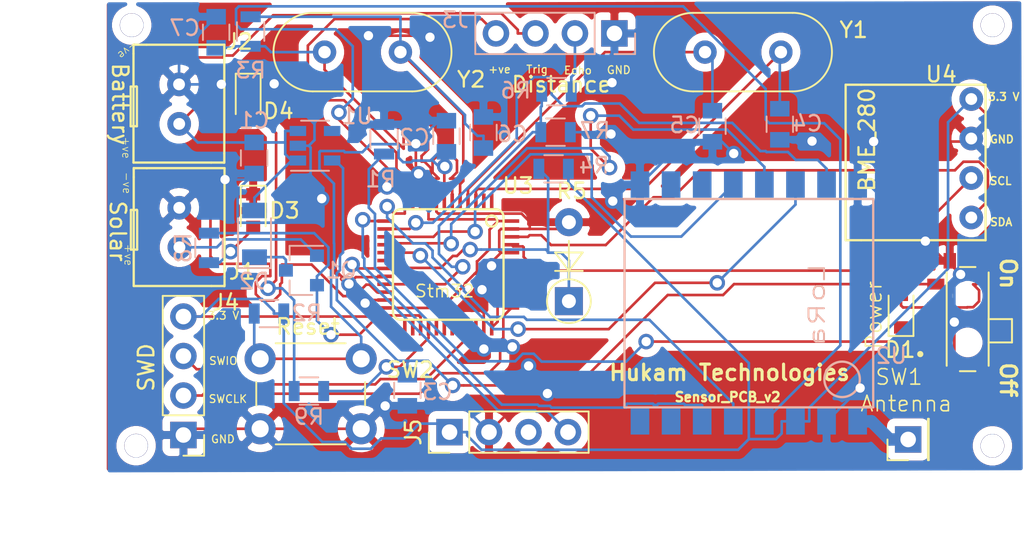
<source format=kicad_pcb>
(kicad_pcb (version 20171130) (host pcbnew 5.1.6-c6e7f7d~87~ubuntu18.04.1)
  (layers (0 F.Cu signal) (31 B.Cu signal) (34 B.Paste user) (35 F.Paste user) (36 B.SilkS user) (37 F.SilkS user) (38 B.Mask user) (39 F.Mask user) (44 Edge.Cuts user))
  (net 0 "")
  (net 1 "Net-(AE1-Pad1)")
  (net 2 /RESET)
  (net 3 /PC14)
  (net 4 /PC15)
  (net 5 /OSCIN)
  (net 6 /OSCOUT)
  (net 7 /Supply_Reg)
  (net 8 /BAT_IN)
  (net 9 /Solar_+ve)
  (net 10 /VCC3V3)
  (net 11 /SWIO)
  (net 12 /SWCLK)
  (net 13 /LDR_IN)
  (net 14 "Net-(U1-Pad4)")
  (net 15 /DIO0)
  (net 16 /DIO1)
  (net 17 /NSS)
  (net 18 /MISO)
  (net 19 /MOSI)
  (net 20 /SCL)
  (net 21 /SDA)
  (net 22 /SCK)
  (net 23 "Net-(D1-Pad1)")
  (net 24 /Echo)
  (net 25 /Trig)
  (net 26 /EchoToStm32)
  (net 27 /Reset_LoRa)
  (net 28 "Net-(U2-Pad10)")
  (net 29 /GND)
  (net 30 "Net-(SW1-Pad1)")
  (net 31 "Net-(U2-Pad11)")
  (net 32 "Net-(U2-Pad8)")
  (net 33 "Net-(U2-Pad7)")
  (net 34 "Net-(U3-Pad38)")
  (net 35 "Net-(U3-Pad1)")
  (net 36 "Net-(U3-Pad2)")
  (net 37 "Net-(U3-Pad26)")
  (net 38 "Net-(U3-Pad29)")
  (net 39 "Net-(U3-Pad30)")
  (net 40 "Net-(U3-Pad31)")
  (net 41 "Net-(U3-Pad32)")
  (net 42 "Net-(U3-Pad33)")
  (net 43 "Net-(U3-Pad39)")
  (net 44 "Net-(U3-Pad40)")
  (net 45 "Net-(U3-Pad41)")
  (net 46 "Net-(U3-Pad42)")
  (net 47 "Net-(U3-Pad43)")
  (net 48 "Net-(U3-Pad25)")
  (net 49 "Net-(J5-Pad3)")
  (net 50 /Air_in)
  (net 51 "Net-(D2-Pad1)")
  (net 52 "Net-(D3-Pad2)")
  (net 53 "Net-(D4-Pad2)")
  (net 54 /Charge)
  (net 55 "Net-(R9-Pad2)")
  (module "Custom_Libraries:STM32(LQFP48)" (layer F.Cu) (at 116.368 34.5872 270)
    (fp_text reference U3 (at -4.5593 -3.98018 180) (layer F.SilkS))
    (fp_text value STM32 hide)
    (pad 38 smd rect (at 2.794 -3.556 270) (size 0.23 1) (layers F.Cu F.Adhes F.Paste F.Mask) (net 34 "Net-(U3-Pad38)"))
    (pad 1 smd rect (at -3.556 -2.286 270) (size 1 0.23) (layers F.Cu F.Adhes F.Paste F.Mask) (net 35 "Net-(U3-Pad1)"))
    (pad 2 smd rect (at -3.556 -1.778 270) (size 1 0.23) (layers F.Cu F.Adhes F.Paste F.Mask) (net 36 "Net-(U3-Pad2)"))
    (pad 3 smd rect (at -3.556 -1.27 270) (size 1 0.23) (layers F.Cu F.Adhes F.Paste F.Mask) (net 3 /PC14))
    (pad 4 smd rect (at -3.556 -0.762 270) (size 1 0.23) (layers F.Cu F.Adhes F.Paste F.Mask) (net 4 /PC15))
    (pad 5 smd rect (at -3.556 -0.254 270) (size 1 0.23) (layers F.Cu F.Adhes F.Paste F.Mask) (net 5 /OSCIN))
    (pad 6 smd rect (at -3.556 0.254 270) (size 1 0.23) (layers F.Cu F.Adhes F.Paste F.Mask) (net 6 /OSCOUT))
    (pad 7 smd rect (at -3.556 0.762 270) (size 1 0.23) (layers F.Cu F.Adhes F.Paste F.Mask) (net 2 /RESET))
    (pad 8 smd rect (at -3.556 1.27 270) (size 1 0.23) (layers F.Cu F.Adhes F.Paste F.Mask) (net 29 /GND))
    (pad 9 smd rect (at -3.556 1.778 270) (size 1 0.23) (layers F.Cu F.Adhes F.Paste F.Mask) (net 10 /VCC3V3))
    (pad 10 smd rect (at -3.556 2.286 270) (size 1 0.23) (layers F.Cu F.Adhes F.Paste F.Mask) (net 8 /BAT_IN))
    (pad 11 smd rect (at -3.556 2.794 270) (size 1 0.23) (layers F.Cu F.Adhes F.Paste F.Mask) (net 27 /Reset_LoRa))
    (pad 12 smd rect (at -3.556 3.302 270) (size 1 0.23) (layers F.Cu F.Adhes F.Paste F.Mask) (net 15 /DIO0))
    (pad 13 smd rect (at -2.286 4.572 270) (size 0.23 1) (layers F.Cu F.Adhes F.Paste F.Mask) (net 16 /DIO1))
    (pad 14 smd rect (at -1.778 4.572 270) (size 0.23 1) (layers F.Cu F.Adhes F.Paste F.Mask) (net 17 /NSS))
    (pad 16 smd rect (at -0.762 4.572 270) (size 0.23 1) (layers F.Cu F.Adhes F.Paste F.Mask) (net 18 /MISO))
    (pad 17 smd rect (at -0.254 4.572 270) (size 0.23 1) (layers F.Cu F.Adhes F.Paste F.Mask) (net 19 /MOSI))
    (pad 18 smd rect (at 0.254 4.572 270) (size 0.23 1) (layers F.Cu F.Adhes F.Paste F.Mask) (net 13 /LDR_IN))
    (pad 19 smd rect (at 0.762 4.572 270) (size 0.23 1) (layers F.Cu F.Adhes F.Paste F.Mask) (net 50 /Air_in))
    (pad 20 smd rect (at 1.27 4.572 270) (size 0.23 1) (layers F.Cu F.Adhes F.Paste F.Mask) (net 29 /GND))
    (pad 21 smd rect (at 1.778 4.572 270) (size 0.23 1) (layers F.Cu F.Adhes F.Paste F.Mask) (net 26 /EchoToStm32))
    (pad 22 smd rect (at 2.286 4.572 270) (size 0.23 1) (layers F.Cu F.Adhes F.Paste F.Mask) (net 25 /Trig))
    (pad 23 smd rect (at 2.794 4.572 270) (size 0.23 1) (layers F.Cu F.Adhes F.Paste F.Mask) (net 29 /GND))
    (pad 24 smd rect (at 3.302 4.572 270) (size 0.23 1) (layers F.Cu F.Adhes F.Paste F.Mask) (net 10 /VCC3V3))
    (pad 26 smd rect (at 4.572 2.794 270) (size 1 0.23) (layers F.Cu F.Adhes F.Paste F.Mask) (net 37 "Net-(U3-Pad26)"))
    (pad 27 smd rect (at 4.572 2.286 270) (size 1 0.23) (layers F.Cu F.Adhes F.Paste F.Mask) (net 54 /Charge))
    (pad 28 smd rect (at 4.572 1.778 270) (size 1 0.23) (layers F.Cu F.Adhes F.Paste F.Mask) (net 55 "Net-(R9-Pad2)"))
    (pad 29 smd rect (at 4.572 1.27 270) (size 1 0.23) (layers F.Cu F.Adhes F.Paste F.Mask) (net 38 "Net-(U3-Pad29)"))
    (pad 30 smd rect (at 4.572 0.762 270) (size 1 0.23) (layers F.Cu F.Adhes F.Paste F.Mask) (net 39 "Net-(U3-Pad30)"))
    (pad 31 smd rect (at 4.572 0.254 270) (size 1 0.23) (layers F.Cu F.Adhes F.Paste F.Mask) (net 40 "Net-(U3-Pad31)"))
    (pad 32 smd rect (at 4.572 -0.254 270) (size 1 0.23) (layers F.Cu F.Adhes F.Paste F.Mask) (net 41 "Net-(U3-Pad32)"))
    (pad 33 smd rect (at 4.572 -0.762 270) (size 1 0.23) (layers F.Cu F.Adhes F.Paste F.Mask) (net 42 "Net-(U3-Pad33)"))
    (pad 34 smd rect (at 4.572 -1.27 270) (size 1 0.23) (layers F.Cu F.Adhes F.Paste F.Mask) (net 11 /SWIO))
    (pad 35 smd rect (at 4.572 -1.778 270) (size 1 0.23) (layers F.Cu F.Adhes F.Paste F.Mask) (net 29 /GND))
    (pad 36 smd rect (at 4.572 -2.286 270) (size 1 0.23) (layers F.Cu F.Adhes F.Paste F.Mask) (net 10 /VCC3V3))
    (pad 37 smd rect (at 3.302 -3.556 270) (size 0.23 1) (layers F.Cu F.Adhes F.Paste F.Mask) (net 12 /SWCLK))
    (pad 39 smd rect (at 2.286 -3.556 270) (size 0.23 1) (layers F.Cu F.Adhes F.Paste F.Mask) (net 43 "Net-(U3-Pad39)"))
    (pad 40 smd rect (at 1.778 -3.556 270) (size 0.23 1) (layers F.Cu F.Adhes F.Paste F.Mask) (net 44 "Net-(U3-Pad40)"))
    (pad 41 smd rect (at 1.27 -3.556 270) (size 0.23 1) (layers F.Cu F.Adhes F.Paste F.Mask) (net 45 "Net-(U3-Pad41)"))
    (pad 42 smd rect (at 0.762 -3.556 270) (size 0.23 1) (layers F.Cu F.Adhes F.Paste F.Mask) (net 46 "Net-(U3-Pad42)"))
    (pad 43 smd rect (at 0.254 -3.556 270) (size 0.23 1) (layers F.Cu F.Adhes F.Paste F.Mask) (net 47 "Net-(U3-Pad43)"))
    (pad 44 smd rect (at -0.254 -3.556 270) (size 0.23 1) (layers F.Cu F.Adhes F.Paste F.Mask) (net 29 /GND))
    (pad 45 smd rect (at -0.762 -3.556 270) (size 0.23 1) (layers F.Cu F.Adhes F.Paste F.Mask) (net 20 /SCL))
    (pad 46 smd rect (at -1.27 -3.556 270) (size 0.23 1) (layers F.Cu F.Adhes F.Paste F.Mask) (net 21 /SDA))
    (pad 47 smd rect (at -1.778 -3.556 270) (size 0.23 1) (layers F.Cu F.Adhes F.Paste F.Mask) (net 29 /GND))
    (pad 48 smd rect (at -2.286 -3.556 270) (size 0.23 1) (layers F.Cu F.Adhes F.Paste F.Mask) (net 10 /VCC3V3))
    (pad 25 smd rect (at 4.572 3.302 270) (size 1 0.23) (layers F.Cu F.Adhes F.Paste F.Mask) (net 48 "Net-(U3-Pad25)"))
    (pad 15 smd rect (at -1.27 4.572 270) (size 0.23 1) (layers F.Cu F.Adhes F.Paste F.Mask) (net 22 /SCK))
  )
  (module Custom_Libraries:SW_MLL1200S (layer F.Cu) (at 149.268 38.608 90)
    (fp_text reference SW1 (at -3.72364 -4.41706 180) (layer F.SilkS) (effects (font (size 1.000228 1.000228) (thickness 0.1))))
    (fp_text value MLL1200S hide)
    (pad G4 smd rect (at 3.75 1.15 90) (size 1 0.8) (layers F.Cu F.Paste F.Mask))
    (pad G2 smd rect (at 3.75 -1.15 90) (size 1 0.8) (layers F.Cu F.Paste F.Mask) (net 29 /GND))
    (pad G3 smd rect (at -3.75 1.15 90) (size 1 0.8) (layers F.Cu F.Paste F.Mask) (net 29 /GND))
    (pad G1 smd rect (at -3.75 -1.15 90) (size 1 0.8) (layers F.Cu F.Paste F.Mask) (net 29 /GND))
    (pad 3 smd rect (at 2.25 -2.05 90) (size 0.7 1.1) (layers F.Cu F.Paste F.Mask) (net 7 /Supply_Reg))
    (pad 2 smd rect (at 0.75 -2.05 90) (size 0.7 1.1) (layers F.Cu F.Paste F.Mask) (net 10 /VCC3V3))
    (pad 1 smd rect (at -2.25 -2.05 90) (size 0.7 1.1) (layers F.Cu F.Paste F.Mask) (net 30 "Net-(SW1-Pad1)"))
    (pad None np_thru_hole circle (at 1.5 0 90) (size 0.9 0.9) (drill 0.9) (layers *.Cu *.Mask))
    (pad None np_thru_hole circle (at -1.5 0 90) (size 0.9 0.9) (drill 0.9) (layers *.Cu *.Mask))
  )
  (module Custom_Libraries:MountingHole1.5mm (layer F.Cu) (at 95.7834 46.75)
    (fp_text reference M3 hide)
    (fp_text value MountingHole_1.5mm hide)
    (pad "" thru_hole circle (at 0 0) (size 1.524 1.524) (drill 1.5) (layers *.Cu *.Mask))
  )
  (module Custom_Libraries:MountingHole1.5mm (layer F.Cu) (at 150.86 46.7589)
    (fp_text reference M4 hide)
    (fp_text value MountingHole_1.5mm hide)
    (pad "" thru_hole circle (at 0 0) (size 1.524 1.524) (drill 1.5) (layers *.Cu *.Mask))
  )
  (module Custom_Libraries:MountingHole1.5mm (layer F.Cu) (at 150.866 19.7)
    (fp_text reference M1 hide)
    (fp_text value MountingHole_1.5mm hide)
    (pad "" thru_hole circle (at 0 0) (size 1.524 1.524) (drill 1.5) (layers *.Cu *.Mask))
  )
  (module Custom_Libraries:MountingHole1.5mm (layer F.Cu) (at 95.4989 19.7002)
    (fp_text reference M2 hide)
    (fp_text value MountingHole_1.5mm hide)
    (pad "" thru_hole circle (at 0 0) (size 1.524 1.524) (drill 1.5) (layers *.Cu *.Mask))
  )
  (module Resistors_SMD:R_0805 (layer B.Cu) (at 106.898 43.2359)
    (fp_text reference R9 (at 0 1.65) (layer B.SilkS) (effects (justify mirror)))
    (fp_text value "510 R" hide)
    (pad 1 smd rect (at -0.95 0) (size 0.7 1.3) (layers B.Cu B.Paste B.Mask) (net 53 "Net-(D4-Pad2)"))
    (pad 2 smd rect (at 0.95 0) (size 0.7 1.3) (layers B.Cu B.Paste B.Mask) (net 55 "Net-(R9-Pad2)"))
  )
  (module Resistors_SMD:R_0805 (layer B.Cu) (at 100.47 34.0284 270)
    (fp_text reference R8 (at 0 1.65 270) (layer B.SilkS) (effects (justify mirror)))
    (fp_text value "510 R" hide)
    (pad 1 smd rect (at -0.95 0 270) (size 0.7 1.3) (layers B.Cu B.Paste B.Mask) (net 54 /Charge))
    (pad 2 smd rect (at 0.95 0 270) (size 0.7 1.3) (layers B.Cu B.Paste B.Mask) (net 52 "Net-(D3-Pad2)"))
  )
  (module TO_SOT_Packages_SMD:SOT-23 (layer B.Cu) (at 106.416 35.4762 180)
    (fp_text reference Q1 (at -2.55016 0) (layer B.SilkS) (effects (justify mirror)))
    (fp_text value BC547 hide)
    (pad 1 smd rect (at -1 0.95 180) (size 0.9 0.8) (layers B.Cu B.Paste B.Mask) (net 9 /Solar_+ve))
    (pad 2 smd rect (at -1 -0.95 180) (size 0.9 0.8) (layers B.Cu B.Paste B.Mask) (net 54 /Charge))
    (pad 3 smd rect (at 1 0 180) (size 0.9 0.8) (layers B.Cu B.Paste B.Mask) (net 51 "Net-(D2-Pad1)"))
  )
  (module Diodes_SMD:D_0805 (layer F.Cu) (at 102.992 24.4246 270)
    (fp_text reference D4 (at 0.80518 -1.94564 180) (layer F.SilkS))
    (fp_text value Bat_Low hide)
    (pad 1 smd rect (at -1.05 0 270) (size 0.8 0.9) (layers F.Cu F.Paste F.Mask) (net 29 /GND))
    (pad 2 smd rect (at 1.05 0 270) (size 0.8 0.9) (layers F.Cu F.Paste F.Mask) (net 53 "Net-(D4-Pad2)"))
  )
  (module Diodes_SMD:D_0805 (layer F.Cu) (at 103.314 31.6306 270)
    (fp_text reference D3 (at -0.00254 -2.01676 180) (layer F.SilkS))
    (fp_text value Pwr_L.E.D hide)
    (pad 1 smd rect (at -1.05 0 270) (size 0.8 0.9) (layers F.Cu F.Paste F.Mask) (net 29 /GND))
    (pad 2 smd rect (at 1.05 0 270) (size 0.8 0.9) (layers F.Cu F.Paste F.Mask) (net 52 "Net-(D3-Pad2)"))
  )
  (module Pin_Headers:Pin_Header_Straight_1x04_Pitch2.54mm (layer F.Cu) (at 115.941 45.8775 90)
    (fp_text reference J5 (at 0 -2.33 90) (layer F.SilkS))
    (fp_text value Airquality hide)
    (pad 1 thru_hole rect (at 0 0 90) (size 1.7 1.7) (drill 1) (layers *.Cu *.Mask) (net 10 /VCC3V3))
    (pad 2 thru_hole oval (at 0 2.54 90) (size 1.7 1.7) (drill 1) (layers *.Cu *.Mask) (net 29 /GND))
    (pad 3 thru_hole oval (at 0 5.08 90) (size 1.7 1.7) (drill 1) (layers *.Cu *.Mask) (net 49 "Net-(J5-Pad3)"))
    (pad 4 thru_hole oval (at 0 7.62 90) (size 1.7 1.7) (drill 1) (layers *.Cu *.Mask) (net 50 /Air_in))
  )
  (module Custom_Libraries:Battery_holder (layer F.Cu) (at 99.9947 24.9606 270)
    (fp_text reference J2 (at -4.19862 -2.42824 180) (layer F.SilkS))
    (fp_text value Battery_input hide)
    (pad 2 thru_hole circle (at 1.09 1.44 270) (size 1.524 1.524) (drill 0.762) (layers *.Cu *.Mask) (net 8 /BAT_IN))
    (pad 1 thru_hole circle (at -1.45 1.45 270) (size 1.524 1.524) (drill 0.762) (layers *.Cu *.Mask) (net 29 /GND))
  )
  (module Pin_Headers:Pin_Header_Straight_1x04_Pitch2.54mm (layer F.Cu) (at 98.8263 46.0629 180)
    (fp_text reference J4 (at -2.7305 8.52424) (layer F.SilkS))
    (fp_text value SWD (at 2.38806 4.3478 270) (layer F.SilkS))
    (pad 4 thru_hole oval (at 0 7.62 180) (size 1.7 1.7) (drill 1) (layers *.Cu *.Mask) (net 10 /VCC3V3))
    (pad 3 thru_hole oval (at 0 5.08 180) (size 1.7 1.7) (drill 1) (layers *.Cu *.Mask) (net 11 /SWIO))
    (pad 2 thru_hole oval (at 0 2.54 180) (size 1.7 1.7) (drill 1) (layers *.Cu *.Mask) (net 12 /SWCLK))
    (pad 1 thru_hole rect (at 0 0 180) (size 1.7 1.7) (drill 1) (layers *.Cu *.Mask) (net 29 /GND))
  )
  (module Diodes_SMD:D_1206 (layer B.Cu) (at 103.398 33.1227 90)
    (fp_text reference D2 (at -3.05308 -0.02794 180) (layer B.SilkS) (effects (justify mirror)))
    (fp_text value DIODE hide)
    (pad 1 smd rect (at -1.5 0 90) (size 1 1.6) (layers B.Cu B.Paste B.Mask) (net 51 "Net-(D2-Pad1)"))
    (pad 2 smd rect (at 1.5 0 90) (size 1 1.6) (layers B.Cu B.Paste B.Mask) (net 8 /BAT_IN))
  )
  (module Custom_Libraries:LoRa (layer B.Cu) (at 135.192 41.6839 90)
    (fp_text reference U2 (at 0.7214 9.1639) (layer B.SilkS) (effects (justify mirror)))
    (fp_text value LoRa (at 3.99 4.38 270) (layer B.SilkS) (effects (font (size 1 1.5) (thickness 0.125)) (justify mirror)))
    (pad 16 smd rect (at 11.73 7 90) (size 1.7 1.2) (layers B.Cu B.Adhes B.Paste B.Mask) (net 29 /GND))
    (pad 15 smd rect (at 11.73 5 90) (size 1.7 1.2) (layers B.Cu B.Adhes B.Paste B.Mask) (net 17 /NSS))
    (pad 14 smd rect (at 11.73 3 90) (size 1.7 1.2) (layers B.Cu B.Adhes B.Paste B.Mask) (net 19 /MOSI))
    (pad 13 smd rect (at 11.73 1 90) (size 1.7 1.2) (layers B.Cu B.Adhes B.Paste B.Mask) (net 18 /MISO))
    (pad 12 smd rect (at 11.73 -1 90) (size 1.7 1.2) (layers B.Cu B.Adhes B.Paste B.Mask) (net 22 /SCK))
    (pad 11 smd rect (at 11.73 -3 90) (size 1.7 1.2) (layers B.Cu B.Adhes B.Paste B.Mask) (net 31 "Net-(U2-Pad11)"))
    (pad 10 smd rect (at 11.73 -5 90) (size 1.7 1.2) (layers B.Cu B.Adhes B.Paste B.Mask) (net 28 "Net-(U2-Pad10)"))
    (pad 9 smd rect (at 11.73 -7 90) (size 1.7 1.2) (layers B.Cu B.Adhes B.Paste B.Mask) (net 29 /GND))
    (pad 8 smd rect (at -3.5 -7 90) (size 1.7 1.2) (layers B.Cu B.Adhes B.Paste B.Mask) (net 32 "Net-(U2-Pad8)"))
    (pad 7 smd rect (at -3.5 -5 90) (size 1.7 1.2) (layers B.Cu B.Adhes B.Paste B.Mask) (net 33 "Net-(U2-Pad7)"))
    (pad 6 smd rect (at -3.5 -3 90) (size 1.7 1.2) (layers B.Cu B.Adhes B.Paste B.Mask) (net 16 /DIO1))
    (pad 5 smd rect (at -3.5 -1 90) (size 1.7 1.2) (layers B.Cu B.Adhes B.Paste B.Mask) (net 15 /DIO0))
    (pad 4 smd rect (at -3.5 1 90) (size 1.7 1.2) (layers B.Cu B.Adhes B.Paste B.Mask) (net 27 /Reset_LoRa))
    (pad 3 smd rect (at -3.5 3 90) (size 1.7 1.2) (layers B.Cu B.Adhes B.Paste B.Mask) (net 10 /VCC3V3))
    (pad 2 smd rect (at -3.5 5 90) (size 1.7 1.2) (layers B.Cu B.Adhes B.Paste B.Mask) (net 29 /GND))
    (pad 1 smd rect (at -3.5 7 90) (size 1.7 1.2) (layers B.Cu B.Adhes B.Paste B.Mask) (net 1 "Net-(AE1-Pad1)"))
  )
  (module Pin_Headers:Pin_Header_Straight_1x01_Pitch2.54mm (layer F.Cu) (at 145.44 46.3499 90)
    (fp_text reference AE1 hide)
    (fp_text value Antenna hide)
    (pad 1 thru_hole rect (at 0 0 90) (size 1.7 1.7) (drill 1) (layers *.Cu *.Mask) (net 1 "Net-(AE1-Pad1)"))
  )
  (module Resistors_SMD:R_0805 (layer B.Cu) (at 122.761 26.5836 180)
    (fp_text reference R7 (at -2.54254 0.10414) (layer B.SilkS) (effects (justify mirror)))
    (fp_text value 4.7K hide)
    (pad 1 smd rect (at -0.95 0 180) (size 0.7 1.3) (layers B.Cu B.Paste B.Mask) (net 29 /GND))
    (pad 2 smd rect (at 0.95 0 180) (size 0.7 1.3) (layers B.Cu B.Paste B.Mask) (net 26 /EchoToStm32))
  )
  (module Resistors_SMD:R_0805 (layer B.Cu) (at 122.822 23.9776)
    (fp_text reference R6 (at -2.62382 -0.0762) (layer B.SilkS) (effects (justify mirror)))
    (fp_text value 2.7K hide)
    (pad 1 smd rect (at -0.95 0) (size 0.7 1.3) (layers B.Cu B.Paste B.Mask) (net 26 /EchoToStm32))
    (pad 2 smd rect (at 0.95 0) (size 0.7 1.3) (layers B.Cu B.Paste B.Mask) (net 24 /Echo))
  )
  (module Pin_Headers:Pin_Header_Straight_1x04_Pitch2.54mm (layer B.Cu) (at 126.548 20.2336 90)
    (fp_text reference J3 (at 0.87122 -10.23874 180) (layer B.SilkS) (effects (justify mirror)))
    (fp_text value "Distance /" hide)
    (pad 1 thru_hole rect (at 0 0 90) (size 1.7 1.7) (drill 1) (layers *.Cu *.Mask) (net 29 /GND))
    (pad 2 thru_hole oval (at 0 -2.54 90) (size 1.7 1.7) (drill 1) (layers *.Cu *.Mask) (net 24 /Echo))
    (pad 3 thru_hole oval (at 0 -5.08 90) (size 1.7 1.7) (drill 1) (layers *.Cu *.Mask) (net 25 /Trig))
    (pad 4 thru_hole oval (at 0 -7.62 90) (size 1.7 1.7) (drill 1) (layers *.Cu *.Mask) (net 8 /BAT_IN))
  )
  (module Custom_Libraries:Battery_holder (layer F.Cu) (at 100.01 32.8981 270)
    (fp_text reference J1 (at 2.6543 -2.59842 180) (layer F.SilkS))
    (fp_text value Solar_input hide)
    (pad 2 thru_hole circle (at 1.09 1.44 270) (size 1.524 1.524) (drill 0.762) (layers *.Cu *.Mask) (net 9 /Solar_+ve))
    (pad 1 thru_hole circle (at -1.45 1.45 270) (size 1.524 1.524) (drill 0.762) (layers *.Cu *.Mask) (net 29 /GND))
  )
  (module Capacitors_SMD:C_0805 (layer B.Cu) (at 115.743 26.8471 270)
    (fp_text reference C2 (at 0.07188 2.05486 180) (layer B.SilkS) (effects (justify mirror)))
    (fp_text value 1.0uf hide)
    (pad 1 smd rect (at -1 0 270) (size 1 1.25) (layers B.Cu B.Paste B.Mask) (net 29 /GND))
    (pad 2 smd rect (at 1 0 270) (size 1 1.25) (layers B.Cu B.Paste B.Mask) (net 2 /RESET))
  )
  (module Capacitors_SMD:C_0805 (layer B.Cu) (at 137.185 26.0756 270)
    (fp_text reference C4 (at -0.05334 -1.76784 180) (layer B.SilkS) (effects (justify mirror)))
    (fp_text value 20pf hide)
    (pad 1 smd rect (at -1 0 270) (size 1 1.25) (layers B.Cu B.Paste B.Mask) (net 3 /PC14))
    (pad 2 smd rect (at 1 0 270) (size 1 1.25) (layers B.Cu B.Paste B.Mask) (net 29 /GND))
  )
  (module Capacitors_SMD:C_0805 (layer B.Cu) (at 132.852 26.2026 270)
    (fp_text reference C5 (at -0.0762 1.78308 180) (layer B.SilkS) (effects (justify mirror)))
    (fp_text value 20pf hide)
    (pad 2 smd rect (at 1 0 270) (size 1 1.25) (layers B.Cu B.Paste B.Mask) (net 29 /GND))
    (pad 1 smd rect (at -1 0 270) (size 1 1.25) (layers B.Cu B.Paste B.Mask) (net 4 /PC15))
  )
  (module Capacitors_SMD:C_0805 (layer B.Cu) (at 118.125 26.6065 90)
    (fp_text reference C6 (at -0.09398 1.85928 180) (layer B.SilkS) (effects (justify mirror)))
    (fp_text value 20pf hide)
    (pad 2 smd rect (at 1 0 90) (size 1 1.25) (layers B.Cu B.Paste B.Mask) (net 29 /GND))
    (pad 1 smd rect (at -1 0 90) (size 1 1.25) (layers B.Cu B.Paste B.Mask) (net 5 /OSCIN))
  )
  (module Capacitors_SMD:C_0805 (layer B.Cu) (at 100.932 20.16 90)
    (fp_text reference C7 (at 0.2794 -2.02438 180) (layer B.SilkS) (effects (justify mirror)))
    (fp_text value 20pf hide)
    (pad 1 smd rect (at -1 0 90) (size 1 1.25) (layers B.Cu B.Paste B.Mask) (net 6 /OSCOUT))
    (pad 2 smd rect (at 1 0 90) (size 1 1.25) (layers B.Cu B.Paste B.Mask) (net 29 /GND))
  )
  (module Capacitors_SMD:C_0805 (layer B.Cu) (at 103.373 28.2448 90)
    (fp_text reference C1 (at 2.41046 0 180) (layer B.SilkS) (effects (justify mirror)))
    (fp_text value "100 nf" hide)
    (pad 2 smd rect (at 1 0 90) (size 1 1.25) (layers B.Cu B.Paste B.Mask) (net 8 /BAT_IN))
    (pad 1 smd rect (at -1 0 90) (size 1 1.25) (layers B.Cu B.Paste B.Mask) (net 29 /GND))
  )
  (module Capacitors_SMD:C_0805 (layer B.Cu) (at 113.231 43.1851 90)
    (fp_text reference C3 (at -0.11 1.93 180) (layer B.SilkS) (effects (justify mirror)))
    (fp_text value "100 nf" hide)
    (pad 2 smd rect (at 1 0 90) (size 1 1.25) (layers B.Cu B.Paste B.Mask) (net 7 /Supply_Reg))
    (pad 1 smd rect (at -1 0 90) (size 1 1.25) (layers B.Cu B.Paste B.Mask) (net 29 /GND))
  )
  (module Diodes_SMD:D_0805 (layer F.Cu) (at 144.981 38.0949 90)
    (fp_text reference D1 (at -2.48416 -0.05318 180) (layer F.SilkS))
    (fp_text value Pwr_L.E.D hide)
    (pad 1 smd rect (at -1.05 0 90) (size 0.8 0.9) (layers F.Cu F.Paste F.Mask) (net 23 "Net-(D1-Pad1)"))
    (pad 2 smd rect (at 1.05 0 90) (size 0.8 0.9) (layers F.Cu F.Paste F.Mask) (net 10 /VCC3V3))
  )
  (module Resistors_SMD:R_0805 (layer B.Cu) (at 104.33 38.2499 180)
    (fp_text reference R2 (at -2.4257 0.03048) (layer B.SilkS) (effects (justify mirror)))
    (fp_text value 10K hide)
    (pad 2 smd rect (at 0.95 0 180) (size 0.7 1.3) (layers B.Cu B.Paste B.Mask) (net 2 /RESET))
    (pad 1 smd rect (at -0.95 0 180) (size 0.7 1.3) (layers B.Cu B.Paste B.Mask) (net 10 /VCC3V3))
  )
  (module Resistors_SMD:R_0805 (layer B.Cu) (at 103.147 20.1117 270)
    (fp_text reference R3 (at 2.5 0 180) (layer B.SilkS) (effects (justify mirror)))
    (fp_text value 1M hide)
    (pad 1 smd rect (at -0.95 0 270) (size 0.7 1.3) (layers B.Cu B.Paste B.Mask) (net 5 /OSCIN))
    (pad 2 smd rect (at 0.95 0 270) (size 0.7 1.3) (layers B.Cu B.Paste B.Mask) (net 6 /OSCOUT))
  )
  (module Resistors_SMD:R_0805 (layer B.Cu) (at 111.73 27.0408 90)
    (fp_text reference R1 (at -2.57556 -0.21844 180) (layer B.SilkS) (effects (justify mirror)))
    (fp_text value "510 R" hide)
    (pad 2 smd rect (at 0.95 0 90) (size 0.7 1.3) (layers B.Cu B.Paste B.Mask) (net 29 /GND))
    (pad 1 smd rect (at -0.95 0 90) (size 0.7 1.3) (layers B.Cu B.Paste B.Mask) (net 23 "Net-(D1-Pad1)"))
  )
  (module Resistors_SMD:R_0805 (layer B.Cu) (at 122.636 28.9433)
    (fp_text reference R4 (at 2.60604 -0.2159) (layer B.SilkS) (effects (justify mirror)))
    (fp_text value 10K hide)
    (pad 1 smd rect (at -0.95 0) (size 0.7 1.3) (layers B.Cu B.Paste B.Mask) (net 13 /LDR_IN))
    (pad 2 smd rect (at 0.95 0) (size 0.7 1.3) (layers B.Cu B.Paste B.Mask) (net 10 /VCC3V3))
  )
  (module Diodes_THT:D_A-405_P5.08mm_Vertical_AnodeUp (layer F.Cu) (at 123.619 37.4548 90)
    (fp_text reference R5 (at 7.08406 0.18034 180) (layer F.SilkS))
    (fp_text value LDR hide)
    (pad 2 thru_hole oval (at 5.08 0 90) (size 1.8 1.8) (drill 0.9) (layers *.Cu *.Mask) (net 29 /GND))
    (pad 1 thru_hole rect (at 0 0 90) (size 1.8 1.8) (drill 0.9) (layers *.Cu *.Mask) (net 13 /LDR_IN))
  )
  (module TO_SOT_Packages_SMD:SOT-23-5 (layer B.Cu) (at 107.29 27.4574)
    (fp_text reference U1 (at 2.71018 -1.905) (layer B.SilkS) (effects (justify mirror)))
    (fp_text value APK2112.K-3.3 hide)
    (pad 1 smd rect (at -1.1 0.95) (size 1.06 0.65) (layers B.Cu B.Paste B.Mask) (net 8 /BAT_IN))
    (pad 2 smd rect (at -1.1 0) (size 1.06 0.65) (layers B.Cu B.Paste B.Mask) (net 29 /GND))
    (pad 3 smd rect (at -1.1 -0.95) (size 1.06 0.65) (layers B.Cu B.Paste B.Mask) (net 8 /BAT_IN))
    (pad 4 smd rect (at 1.1 -0.95) (size 1.06 0.65) (layers B.Cu B.Paste B.Mask) (net 14 "Net-(U1-Pad4)"))
    (pad 5 smd rect (at 1.1 0.95) (size 1.06 0.65) (layers B.Cu B.Paste B.Mask) (net 7 /Supply_Reg))
  )
  (module Custom_Libraries:BME280 (layer F.Cu) (at 144.419 29.5326)
    (fp_text reference U4 (at 3.14706 -6.6675) (layer F.SilkS))
    (fp_text value BME_280 (at -1.63 -2.46 90) (layer F.SilkS))
    (pad 1 thru_hole circle (at 5.08 -5.08) (size 1.524 1.524) (drill 0.762) (layers *.Cu *.Mask) (net 10 /VCC3V3))
    (pad 2 thru_hole circle (at 5.08 -2.54) (size 1.524 1.524) (drill 0.762) (layers *.Cu *.Mask) (net 29 /GND))
    (pad 3 thru_hole circle (at 5.08 0) (size 1.524 1.524) (drill 0.762) (layers *.Cu *.Mask) (net 20 /SCL))
    (pad 4 thru_hole circle (at 5.08 2.54) (size 1.524 1.524) (drill 0.762) (layers *.Cu *.Mask) (net 21 /SDA))
  )
  (module Crystals:Crystal_HC49-4H_Vertical (layer F.Cu) (at 137.254 21.4351 180)
    (fp_text reference Y1 (at -4.68376 1.42748) (layer F.SilkS))
    (fp_text value 32.768K)
    (pad 2 thru_hole circle (at 4.88 0 180) (size 1.5 1.5) (drill 0.8) (layers *.Cu *.Mask) (net 4 /PC15))
    (pad 1 thru_hole circle (at 0 0 180) (size 1.5 1.5) (drill 0.8) (layers *.Cu *.Mask) (net 3 /PC14))
  )
  (module Crystals:Crystal_HC49-4H_Vertical (layer F.Cu) (at 112.784 21.4351 180)
    (fp_text reference Y2 (at -4.553159 -1.760617 unlocked) (layer F.SilkS))
    (fp_text value 8Mhz)
    (pad 1 thru_hole circle (at 0 0 180) (size 1.5 1.5) (drill 0.8) (layers *.Cu *.Mask) (net 5 /OSCIN))
    (pad 2 thru_hole circle (at 4.88 0 180) (size 1.5 1.5) (drill 0.8) (layers *.Cu *.Mask) (net 6 /OSCOUT))
  )
  (module Buttons_Switches_THT:SW_PUSH_6mm_h5mm (layer F.Cu) (at 110.261 45.6616 180)
    (fp_text reference SW2 (at -3.14452 3.79222) (layer F.SilkS))
    (fp_text value SW_Push hide)
    (pad 1 thru_hole circle (at 6.5 0 270) (size 2 2) (drill 1.1) (layers *.Cu *.Mask) (net 29 /GND))
    (pad 2 thru_hole circle (at 6.5 4.5 270) (size 2 2) (drill 1.1) (layers *.Cu *.Mask) (net 2 /RESET))
    (pad 1 thru_hole circle (at 0 0 270) (size 2 2) (drill 1.1) (layers *.Cu *.Mask) (net 29 /GND))
    (pad 2 thru_hole circle (at 0 4.5 270) (size 2 2) (drill 1.1) (layers *.Cu *.Mask) (net 2 /RESET))
  )
  (gr_text Antenna (at 145.3134 44.04868) (layer F.SilkS) (effects (font (size 1 1) (thickness 0.1))))
  (gr_text GND (at 101.36632 46.3296) (layer F.SilkS) (effects (font (size 0.5 0.5) (thickness 0.08))))
  (gr_text SWCLK (at 101.6889 43.74388) (layer F.SilkS) (effects (font (size 0.5 0.5) (thickness 0.08))))
  (gr_text SWIO (at 101.38918 41.29278) (layer F.SilkS) (effects (font (size 0.5 0.5) (thickness 0.08))))
  (gr_text "3.3 V" (at 101.4095 38.38448) (layer F.SilkS) (effects (font (size 0.5 0.5) (thickness 0.08))))
  (gr_text +ve (at 119.15902 22.54504) (layer F.SilkS) (effects (font (size 0.5 0.5) (thickness 0.08))))
  (gr_text Trig (at 121.57202 22.54504) (layer F.SilkS) (effects (font (size 0.5 0.5) (thickness 0.08))))
  (gr_text Echo (at 124.19838 22.61108) (layer F.SilkS) (effects (font (size 0.5 0.5) (thickness 0.08))))
  (gr_text On (at 151.87676 35.67176 270) (layer F.SilkS) (effects (font (size 1 1) (thickness 0.2))))
  (gr_text Off (at 151.87676 42.5196 270) (layer F.SilkS) (effects (font (size 1 1) (thickness 0.2))))
  (gr_text +ve (at 95.2881 34.47796 270) (layer F.SilkS) (effects (font (size 0.5 0.5) (thickness 0.05))))
  (gr_text -ve (at 95.18904 29.85262 270) (layer F.SilkS) (effects (font (size 0.5 0.5) (thickness 0.05))))
  (gr_text -ve (at 95.23476 21.29028 220) (layer F.SilkS) (effects (font (size 0.5 0.5) (thickness 0.05))))
  (gr_text +ve (at 95.14586 27.58186 270) (layer F.SilkS) (effects (font (size 0.5 0.5) (thickness 0.05))))
  (gr_text "3.3 V" (at 151.59228 24.31034) (layer F.SilkS) (effects (font (size 0.5 0.5) (thickness 0.1))))
  (gr_text GND (at 151.46528 27.04592) (layer F.SilkS) (effects (font (size 0.5 0.5) (thickness 0.1))))
  (gr_text SCL (at 151.38908 29.72562) (layer F.SilkS) (effects (font (size 0.5 0.5) (thickness 0.1))))
  (gr_text SDA (at 151.42718 32.36976) (layer F.SilkS) (effects (font (size 0.5 0.5) (thickness 0.1))))
  (gr_text GND (at 126.82728 22.58822) (layer F.SilkS) (effects (font (size 0.5 0.5) (thickness 0.08))))
  (gr_text Solar (at 94.6023 32.9565 270) (layer F.SilkS) (effects (font (size 1 1))))
  (gr_text Battery (at 94.75216 24.78532 270) (layer F.SilkS) (effects (font (size 1 1))))
  (gr_text Distance (at 123.13158 23.51532) (layer F.SilkS) (effects (font (size 1 1))))
  (gr_text Reset (at 106.83494 39.09568) (layer F.SilkS) (effects (font (size 1 1))))
  (gr_text Stm32 (at 115.62334 36.80714) (layer F.SilkS) (effects (font (size 0.8 0.8) (thickness 0.1))))
  (gr_text Power (at 143.23314 38.35654 90) (layer F.SilkS) (effects (font (size 1 1) (thickness 0.1))))
  (gr_text Sensor_PCB_v2 (at 133.82498 43.62196) (layer F.SilkS) (effects (font (size 0.6 0.6))))
  (gr_text "Hukam Technologies\n" (at 133.94944 42.0497) (layer F.SilkS) (effects (font (size 1 1) (thickness 0.2))))
  (via (at 126.23292 28.85694) (size 1) (drill 0.6) (layers F.Cu B.Cu) (net 18))
  (segment (start 142.192 45.1839) (end 143.0773 45.1839) (width 0.8) (layer B.Cu) (net 1))
  (segment (start 145.44 46.3499) (end 144.2433 46.3499) (width 0.8) (layer B.Cu) (net 1))
  (segment (start 144.2433 46.3499) (end 143.0773 45.1839) (width 0.8) (layer B.Cu) (net 1))
  (segment (start 110.261 41.1616) (end 103.761 41.1616) (width 0.17) (layer F.Cu) (net 2))
  (segment (start 115.2879 27.8471) (end 114.7942 28.3408) (width 0.17) (layer B.Cu) (net 2))
  (segment (start 115.743 27.8471) (end 115.2879 27.8471) (width 0.17) (layer B.Cu) (net 2))
  (segment (start 103.761 41.1616) (end 103.38 40.7806) (width 0.17) (layer B.Cu) (net 2))
  (segment (start 103.38 40.7806) (end 103.38 38.2499) (width 0.17) (layer B.Cu) (net 2))
  (segment (start 107.574999 27.854399) (end 107.631999 27.797399) (width 0.17) (layer B.Cu) (net 2))
  (segment (start 115.606 28.818952) (end 115.63586 28.789092) (width 0.17) (layer F.Cu) (net 2))
  (via (at 115.63586 28.789092) (size 1) (drill 0.6) (layers F.Cu B.Cu) (net 2))
  (segment (start 108.521012 35.307464) (end 108.521011 33.744935) (width 0.17) (layer B.Cu) (net 2))
  (segment (start 107.631999 27.797399) (end 109.148001 27.797399) (width 0.17) (layer B.Cu) (net 2))
  (segment (start 110.331298 27.8765) (end 110.851999 27.355799) (width 0.17) (layer B.Cu) (net 2))
  (segment (start 110.851999 27.355799) (end 112.608001 27.355799) (width 0.17) (layer B.Cu) (net 2))
  (segment (start 113.581753 28.413547) (end 114.721453 28.413547) (width 0.17) (layer B.Cu) (net 2))
  (segment (start 108.521011 33.744935) (end 108.507089 33.731013) (width 0.17) (layer B.Cu) (net 2))
  (segment (start 114.721453 28.413547) (end 114.7942 28.3408) (width 0.17) (layer B.Cu) (net 2))
  (segment (start 108.507089 29.892491) (end 107.574999 28.960401) (width 0.17) (layer B.Cu) (net 2))
  (segment (start 114.7942 28.3408) (end 115.242492 28.789092) (width 0.17) (layer B.Cu) (net 2))
  (segment (start 115.242492 28.789092) (end 115.63586 28.789092) (width 0.17) (layer B.Cu) (net 2))
  (segment (start 112.665001 27.412799) (end 112.665001 28.221378) (width 0.17) (layer B.Cu) (net 2))
  (segment (start 109.205001 27.8765) (end 110.331298 27.8765) (width 0.17) (layer B.Cu) (net 2))
  (segment (start 110.261 41.1616) (end 110.261 39.747387) (width 0.17) (layer B.Cu) (net 2))
  (segment (start 108.322864 35.505612) (end 108.521012 35.307464) (width 0.17) (layer B.Cu) (net 2))
  (segment (start 115.606 31.0312) (end 115.606 28.818952) (width 0.17) (layer F.Cu) (net 2))
  (segment (start 108.322863 37.80925) (end 108.322864 35.505612) (width 0.17) (layer B.Cu) (net 2))
  (segment (start 108.507089 33.731013) (end 108.507089 29.892491) (width 0.17) (layer B.Cu) (net 2))
  (segment (start 109.205001 27.854399) (end 109.205001 27.8765) (width 0.17) (layer B.Cu) (net 2))
  (segment (start 107.574999 28.960401) (end 107.574999 27.854399) (width 0.17) (layer B.Cu) (net 2))
  (segment (start 110.261 39.747387) (end 108.322863 37.80925) (width 0.17) (layer B.Cu) (net 2))
  (segment (start 112.608001 27.355799) (end 112.665001 27.412799) (width 0.17) (layer B.Cu) (net 2))
  (segment (start 112.665001 28.221378) (end 112.96173 28.518107) (width 0.17) (layer B.Cu) (net 2))
  (segment (start 113.477193 28.518107) (end 113.581753 28.413547) (width 0.17) (layer B.Cu) (net 2))
  (segment (start 112.96173 28.518107) (end 113.477193 28.518107) (width 0.17) (layer B.Cu) (net 2))
  (segment (start 109.148001 27.797399) (end 109.205001 27.854399) (width 0.17) (layer B.Cu) (net 2))
  (segment (start 137.254 21.4351) (end 137.185 21.5041) (width 0.17) (layer B.Cu) (net 3))
  (segment (start 137.185 21.5041) (end 137.185 25.0756) (width 0.17) (layer B.Cu) (net 3))
  (segment (start 128.455718 30.233382) (end 117.765818 30.233382) (width 0.17) (layer F.Cu) (net 3))
  (segment (start 137.254 21.4351) (end 128.455718 30.233382) (width 0.17) (layer F.Cu) (net 3))
  (segment (start 117.765818 30.233382) (end 117.638 30.3612) (width 0.17) (layer F.Cu) (net 3))
  (segment (start 117.638 30.3612) (end 117.638 31.0312) (width 0.17) (layer F.Cu) (net 3))
  (segment (start 132.374 21.4351) (end 125.9408 21.4351) (width 0.17) (layer F.Cu) (net 4))
  (segment (start 125.9408 21.4351) (end 117.13 30.2459) (width 0.17) (layer F.Cu) (net 4))
  (segment (start 117.13 31.0312) (end 117.13 30.2459) (width 0.17) (layer F.Cu) (net 4))
  (segment (start 132.374 21.4351) (end 132.852 21.9131) (width 0.17) (layer B.Cu) (net 4))
  (segment (start 132.852 21.9131) (end 132.852 25.2026) (width 0.17) (layer B.Cu) (net 4))
  (segment (start 118.125 26.8212) (end 117.7323 26.8212) (width 0.17) (layer B.Cu) (net 5))
  (segment (start 117.7323 26.8212) (end 116.934 26.0229) (width 0.17) (layer B.Cu) (net 5))
  (segment (start 116.934 26.0229) (end 116.934 25.4785) (width 0.17) (layer B.Cu) (net 5))
  (segment (start 116.934 25.4785) (end 112.8906 21.4351) (width 0.17) (layer B.Cu) (net 5))
  (segment (start 112.8906 21.4351) (end 112.784 21.4351) (width 0.17) (layer B.Cu) (net 5))
  (segment (start 118.125 27.6065) (end 118.125 26.8212) (width 0.17) (layer B.Cu) (net 5))
  (segment (start 113.533999 22.185099) (end 112.784 21.4351) (width 0.17) (layer F.Cu) (net 5))
  (segment (start 116.826613 29.727365) (end 116.826613 25.477713) (width 0.17) (layer F.Cu) (net 5))
  (segment (start 116.622 29.931978) (end 116.826613 29.727365) (width 0.17) (layer F.Cu) (net 5))
  (segment (start 116.826613 25.477713) (end 113.533999 22.185099) (width 0.17) (layer F.Cu) (net 5))
  (segment (start 116.622 31.0312) (end 116.622 29.931978) (width 0.17) (layer F.Cu) (net 5))
  (segment (start 112.78356 19.1617) (end 103.147 19.1617) (width 0.17) (layer B.Cu) (net 5))
  (segment (start 112.784 21.4351) (end 112.784 19.16214) (width 0.17) (layer B.Cu) (net 5))
  (segment (start 112.784 19.16214) (end 112.78356 19.1617) (width 0.17) (layer B.Cu) (net 5))
  (segment (start 103.147 21.0617) (end 104.0823 21.0617) (width 0.17) (layer B.Cu) (net 6))
  (segment (start 107.904 21.4351) (end 104.4557 21.4351) (width 0.17) (layer B.Cu) (net 6))
  (segment (start 104.4557 21.4351) (end 104.0823 21.0617) (width 0.17) (layer B.Cu) (net 6))
  (segment (start 103.147 21.0617) (end 102.2117 21.0617) (width 0.17) (layer B.Cu) (net 6))
  (segment (start 100.932 21.16) (end 102.1134 21.16) (width 0.17) (layer B.Cu) (net 6))
  (segment (start 102.1134 21.16) (end 102.2117 21.0617) (width 0.17) (layer B.Cu) (net 6))
  (segment (start 116.114 29.916704) (end 116.114 31.0312) (width 0.17) (layer F.Cu) (net 6))
  (segment (start 116.420861 29.165893) (end 116.012661 29.574093) (width 0.17) (layer F.Cu) (net 6))
  (segment (start 116.420861 28.412291) (end 116.420861 29.165893) (width 0.17) (layer F.Cu) (net 6))
  (segment (start 116.012661 28.004091) (end 116.420861 28.412291) (width 0.17) (layer F.Cu) (net 6))
  (segment (start 115.97601 29.574102) (end 116.456602 29.574102) (width 0.17) (layer F.Cu) (net 6))
  (segment (start 115.259059 28.004091) (end 116.012661 28.004091) (width 0.17) (layer F.Cu) (net 6))
  (segment (start 114.850859 28.412291) (end 115.259059 28.004091) (width 0.17) (layer F.Cu) (net 6))
  (segment (start 115.23599 29.551024) (end 114.850859 29.165893) (width 0.17) (layer F.Cu) (net 6))
  (segment (start 115.23599 29.574102) (end 115.23599 29.551024) (width 0.17) (layer F.Cu) (net 6))
  (segment (start 114.733316 29.394396) (end 114.913022 29.574102) (width 0.17) (layer F.Cu) (net 6))
  (segment (start 114.733316 28.884767) (end 114.733316 29.394396) (width 0.17) (layer F.Cu) (net 6))
  (segment (start 114.560092 26.949198) (end 114.560092 27.7028) (width 0.17) (layer F.Cu) (net 6))
  (segment (start 107.904 22.56508) (end 112.99009 27.65117) (width 0.17) (layer F.Cu) (net 6))
  (segment (start 114.151892 28.111) (end 114.145102 28.111) (width 0.17) (layer F.Cu) (net 6))
  (segment (start 112.99009 27.65117) (end 112.99009 26.949198) (width 0.17) (layer F.Cu) (net 6))
  (segment (start 114.145102 28.111) (end 114.145102 28.476567) (width 0.17) (layer F.Cu) (net 6))
  (segment (start 112.99009 26.949198) (end 113.39829 26.540998) (width 0.17) (layer F.Cu) (net 6))
  (segment (start 107.904 21.4351) (end 107.904 22.56508) (width 0.17) (layer F.Cu) (net 6))
  (segment (start 114.850859 29.165893) (end 114.850859 28.412291) (width 0.17) (layer F.Cu) (net 6))
  (segment (start 114.325116 28.476567) (end 114.733316 28.884767) (width 0.17) (layer F.Cu) (net 6))
  (segment (start 115.97601 29.574093) (end 115.97601 29.574102) (width 0.17) (layer F.Cu) (net 6))
  (segment (start 114.151892 26.540998) (end 114.560092 26.949198) (width 0.17) (layer F.Cu) (net 6))
  (segment (start 116.012661 29.574093) (end 115.97601 29.574093) (width 0.17) (layer F.Cu) (net 6))
  (segment (start 114.560092 27.7028) (end 114.151892 28.111) (width 0.17) (layer F.Cu) (net 6))
  (segment (start 114.913022 29.574102) (end 115.23599 29.574102) (width 0.17) (layer F.Cu) (net 6))
  (segment (start 114.145102 28.476567) (end 114.325116 28.476567) (width 0.17) (layer F.Cu) (net 6))
  (segment (start 113.39829 26.540998) (end 114.151892 26.540998) (width 0.17) (layer F.Cu) (net 6))
  (segment (start 116.456602 29.574102) (end 116.114 29.916704) (width 0.17) (layer F.Cu) (net 6))
  (segment (start 113.231 41.3998) (end 113.342 41.2888) (width 0.17) (layer B.Cu) (net 7))
  (segment (start 113.342 41.2888) (end 113.3498 41.2888) (width 0.17) (layer B.Cu) (net 7))
  (segment (start 113.231 42.1851) (end 113.231 41.3998) (width 0.17) (layer B.Cu) (net 7))
  (via (at 116.14404 42.87281) (size 1) (drill 0.6) (layers F.Cu B.Cu) (net 7))
  (segment (start 113.3498 41.2888) (end 114.56003 41.2888) (width 0.17) (layer B.Cu) (net 7))
  (segment (start 114.56003 41.2888) (end 116.14404 42.87281) (width 0.17) (layer B.Cu) (net 7))
  (segment (start 109.09 28.9024) (end 108.595 28.4074) (width 0.17) (layer B.Cu) (net 7))
  (segment (start 108.692874 35.658876) (end 108.891022 35.460726) (width 0.17) (layer B.Cu) (net 7))
  (segment (start 108.891022 35.460726) (end 108.891021 34.519584) (width 0.17) (layer B.Cu) (net 7))
  (segment (start 108.595 28.4074) (end 108.39 28.4074) (width 0.17) (layer B.Cu) (net 7))
  (segment (start 108.692874 37.384914) (end 108.692874 35.658876) (width 0.17) (layer B.Cu) (net 7))
  (segment (start 113.3498 41.2888) (end 112.59676 41.2888) (width 0.17) (layer B.Cu) (net 7))
  (segment (start 108.891021 34.519584) (end 109.09 34.320625) (width 0.17) (layer B.Cu) (net 7))
  (segment (start 109.09 34.320625) (end 109.09 28.9024) (width 0.17) (layer B.Cu) (net 7))
  (segment (start 112.59676 41.2888) (end 108.692874 37.384914) (width 0.17) (layer B.Cu) (net 7))
  (segment (start 116.851146 42.87281) (end 116.14404 42.87281) (width 0.17) (layer F.Cu) (net 7))
  (segment (start 120.318626 42.87281) (end 116.851146 42.87281) (width 0.17) (layer F.Cu) (net 7))
  (segment (start 120.438156 42.75328) (end 120.318626 42.87281) (width 0.17) (layer F.Cu) (net 7))
  (segment (start 121.433344 42.75328) (end 120.438156 42.75328) (width 0.17) (layer F.Cu) (net 7))
  (segment (start 147.218 36.358) (end 134.238092 36.358) (width 0.17) (layer F.Cu) (net 7))
  (segment (start 134.238092 36.358) (end 133.537201 37.058891) (width 0.17) (layer F.Cu) (net 7))
  (segment (start 133.537201 37.058891) (end 129.974309 37.058891) (width 0.17) (layer F.Cu) (net 7))
  (segment (start 129.974309 37.058891) (end 124.4882 42.545) (width 0.17) (layer F.Cu) (net 7))
  (segment (start 124.4882 42.545) (end 121.641624 42.545) (width 0.17) (layer F.Cu) (net 7))
  (segment (start 121.641624 42.545) (end 121.433344 42.75328) (width 0.17) (layer F.Cu) (net 7))
  (segment (start 106.19 26.5074) (end 105.3747 26.5074) (width 0.17) (layer B.Cu) (net 8))
  (segment (start 105.7824 28.4074) (end 105.3746 27.9996) (width 0.17) (layer B.Cu) (net 8))
  (segment (start 105.3746 27.9996) (end 105.3746 27.2448) (width 0.17) (layer B.Cu) (net 8))
  (segment (start 105.3746 27.2448) (end 105.3746 26.5075) (width 0.17) (layer B.Cu) (net 8))
  (segment (start 105.3746 26.5075) (end 105.3747 26.5074) (width 0.17) (layer B.Cu) (net 8))
  (segment (start 105.3746 27.2448) (end 104.2833 27.2448) (width 0.17) (layer B.Cu) (net 8))
  (segment (start 105.7824 28.4074) (end 103.398 30.7918) (width 0.17) (layer B.Cu) (net 8))
  (segment (start 103.398 30.7918) (end 103.398 31.6227) (width 0.17) (layer B.Cu) (net 8))
  (segment (start 103.373 27.2448) (end 104.2833 27.2448) (width 0.17) (layer B.Cu) (net 8))
  (segment (start 106.19 28.4074) (end 105.7824 28.4074) (width 0.17) (layer B.Cu) (net 8))
  (segment (start 103.373 27.2448) (end 99.7489 27.2448) (width 0.17) (layer B.Cu) (net 8))
  (segment (start 99.7489 27.2448) (end 98.5547 26.0506) (width 0.17) (layer B.Cu) (net 8))
  (segment (start 100.0736 24.5317) (end 106.8308 24.5317) (width 0.17) (layer F.Cu) (net 8))
  (segment (start 98.5547 26.0506) (end 100.0736 24.5317) (width 0.17) (layer F.Cu) (net 8))
  (segment (start 118.00348 19.30908) (end 118.928 20.2336) (width 0.17) (layer F.Cu) (net 8))
  (segment (start 106.8308 24.5317) (end 106.8308 21.0166) (width 0.17) (layer F.Cu) (net 8))
  (segment (start 106.8308 21.0166) (end 108.53832 19.30908) (width 0.17) (layer F.Cu) (net 8))
  (segment (start 108.53832 19.30908) (end 118.00348 19.30908) (width 0.17) (layer F.Cu) (net 8))
  (segment (start 114.082 30.505428) (end 112.528932 28.95236) (width 0.17) (layer F.Cu) (net 8))
  (segment (start 114.082 31.0312) (end 114.082 30.505428) (width 0.17) (layer F.Cu) (net 8))
  (segment (start 109.1563 24.5317) (end 106.8308 24.5317) (width 0.17) (layer F.Cu) (net 8))
  (segment (start 112.528932 27.904332) (end 109.1563 24.5317) (width 0.17) (layer F.Cu) (net 8))
  (segment (start 112.528932 28.95236) (end 112.528932 27.904332) (width 0.17) (layer F.Cu) (net 8))
  (segment (start 100.976086 33.9881) (end 101.482198 33.481988) (width 0.17) (layer B.Cu) (net 9))
  (segment (start 101.482198 33.481988) (end 106.371788 33.481988) (width 0.17) (layer B.Cu) (net 9))
  (segment (start 98.57 33.9881) (end 100.976086 33.9881) (width 0.17) (layer B.Cu) (net 9))
  (segment (start 106.371788 33.481988) (end 107.416 34.5262) (width 0.17) (layer B.Cu) (net 9))
  (segment (start 119.924 32.3012) (end 119.0707 32.3012) (width 0.17) (layer F.Cu) (net 10))
  (segment (start 138.192 45.1839) (end 137.3067 45.1839) (width 0.17) (layer B.Cu) (net 10))
  (segment (start 138.192 45.1839) (end 139.0773 45.1839) (width 0.17) (layer B.Cu) (net 10))
  (segment (start 139.0773 45.1839) (end 139.0773 44.2986) (width 0.17) (layer B.Cu) (net 10))
  (segment (start 139.0773 44.2986) (end 148.0064 35.3695) (width 0.17) (layer B.Cu) (net 10))
  (segment (start 148.0064 35.3695) (end 148.0064 25.9452) (width 0.17) (layer B.Cu) (net 10))
  (segment (start 148.0064 25.9452) (end 149.499 24.4526) (width 0.17) (layer B.Cu) (net 10))
  (segment (start 135.192 46.327) (end 136.9382 46.327) (width 0.17) (layer B.Cu) (net 10))
  (segment (start 136.9382 46.327) (end 137.3067 45.9585) (width 0.17) (layer B.Cu) (net 10))
  (segment (start 137.3067 45.9585) (end 137.3067 45.1839) (width 0.17) (layer B.Cu) (net 10))
  (segment (start 146.3827 37.858) (end 145.1088 37.858) (width 0.17) (layer F.Cu) (net 10))
  (segment (start 145.1088 37.858) (end 144.981 37.7302) (width 0.17) (layer F.Cu) (net 10))
  (segment (start 147.218 37.858) (end 146.3827 37.858) (width 0.17) (layer F.Cu) (net 10))
  (segment (start 144.981 37.0449) (end 144.981 37.7302) (width 0.17) (layer F.Cu) (net 10))
  (segment (start 117.0763 45.8775) (end 117.0763 46.0905) (width 0.17) (layer B.Cu) (net 10))
  (segment (start 117.0763 46.0905) (end 117.9986 47.0128) (width 0.17) (layer B.Cu) (net 10))
  (segment (start 117.9986 47.0128) (end 134.5062 47.0128) (width 0.17) (layer B.Cu) (net 10))
  (segment (start 134.5062 47.0128) (end 135.192 46.327) (width 0.17) (layer B.Cu) (net 10))
  (segment (start 115.941 45.8775) (end 117.0763 45.8775) (width 0.17) (layer B.Cu) (net 10))
  (segment (start 98.8263 38.4429) (end 99.9616 38.4429) (width 0.17) (layer B.Cu) (net 10))
  (segment (start 101.0913 37.3132) (end 99.9616 38.4429) (width 0.17) (layer B.Cu) (net 10))
  (segment (start 104.6447 38.2499) (end 104.6447 38.0911) (width 0.17) (layer B.Cu) (net 10))
  (segment (start 105.28 38.2499) (end 104.6447 38.2499) (width 0.17) (layer B.Cu) (net 10))
  (segment (start 103.8668 37.3132) (end 101.0913 37.3132) (width 0.17) (layer B.Cu) (net 10))
  (segment (start 104.6447 38.0911) (end 103.8668 37.3132) (width 0.17) (layer B.Cu) (net 10))
  (segment (start 115.4379 37.8892) (end 111.796 37.8892) (width 0.17) (layer F.Cu) (net 10))
  (segment (start 116.93144 36.39566) (end 115.4379 37.8892) (width 0.17) (layer F.Cu) (net 10))
  (segment (start 117.55882 35.68954) (end 116.93144 36.31692) (width 0.17) (layer F.Cu) (net 10))
  (segment (start 116.93144 36.31692) (end 116.93144 36.39566) (width 0.17) (layer F.Cu) (net 10))
  (segment (start 118.51638 32.85552) (end 119.0707 32.3012) (width 0.17) (layer F.Cu) (net 10))
  (segment (start 117.55882 35.68954) (end 117.70868 35.53968) (width 0.17) (layer F.Cu) (net 10))
  (segment (start 117.70868 34.8869) (end 117.73916 34.8869) (width 0.17) (layer F.Cu) (net 10))
  (segment (start 119.03202 38.78118) (end 119.03202 36.145718) (width 0.17) (layer F.Cu) (net 10))
  (segment (start 118.654 39.1592) (end 119.03202 38.78118) (width 0.17) (layer F.Cu) (net 10))
  (segment (start 117.70868 35.53968) (end 117.70868 34.8869) (width 0.17) (layer F.Cu) (net 10))
  (segment (start 118.852844 35.966542) (end 118.274218 35.966542) (width 0.17) (layer F.Cu) (net 10))
  (segment (start 119.03202 36.145718) (end 118.852844 35.966542) (width 0.17) (layer F.Cu) (net 10))
  (segment (start 117.73916 34.8869) (end 118.51638 34.10968) (width 0.17) (layer F.Cu) (net 10))
  (segment (start 117.997216 35.68954) (end 117.55882 35.68954) (width 0.17) (layer F.Cu) (net 10))
  (segment (start 118.51638 34.10968) (end 118.51638 32.85552) (width 0.17) (layer F.Cu) (net 10))
  (segment (start 118.274218 35.966542) (end 117.997216 35.68954) (width 0.17) (layer F.Cu) (net 10))
  (segment (start 149.23586 37.858) (end 148.0533 37.858) (width 0.17) (layer F.Cu) (net 10))
  (segment (start 149.82698 33.49412) (end 149.82698 34.072999) (width 0.17) (layer F.Cu) (net 10))
  (segment (start 149.732999 35.586001) (end 149.789999 35.643001) (width 0.17) (layer F.Cu) (net 10))
  (segment (start 150.9412 32.3799) (end 149.82698 33.49412) (width 0.17) (layer F.Cu) (net 10))
  (segment (start 149.732999 34.129999) (end 149.732999 35.586001) (width 0.17) (layer F.Cu) (net 10))
  (segment (start 149.620801 36.372999) (end 150.003001 36.755199) (width 0.17) (layer F.Cu) (net 10))
  (segment (start 148.0533 37.858) (end 147.218 37.858) (width 0.17) (layer F.Cu) (net 10))
  (segment (start 150.9412 25.8948) (end 150.9412 32.3799) (width 0.17) (layer F.Cu) (net 10))
  (segment (start 149.789999 34.072999) (end 149.732999 34.129999) (width 0.17) (layer F.Cu) (net 10))
  (segment (start 150.003001 37.460801) (end 149.620801 37.843001) (width 0.17) (layer F.Cu) (net 10))
  (segment (start 149.82698 34.072999) (end 149.789999 34.072999) (width 0.17) (layer F.Cu) (net 10))
  (segment (start 149.250859 37.843001) (end 149.23586 37.858) (width 0.17) (layer F.Cu) (net 10))
  (segment (start 149.499 24.4526) (end 150.9412 25.8948) (width 0.17) (layer F.Cu) (net 10))
  (segment (start 149.789999 35.643001) (end 149.82698 35.643001) (width 0.17) (layer F.Cu) (net 10))
  (segment (start 149.82698 35.643001) (end 149.82698 36.372999) (width 0.17) (layer F.Cu) (net 10))
  (segment (start 149.620801 37.843001) (end 149.250859 37.843001) (width 0.17) (layer F.Cu) (net 10))
  (segment (start 149.82698 36.372999) (end 149.620801 36.372999) (width 0.17) (layer F.Cu) (net 10))
  (segment (start 150.003001 36.755199) (end 150.003001 37.460801) (width 0.17) (layer F.Cu) (net 10))
  (segment (start 111.796 37.8892) (end 111.339062 37.8892) (width 0.17) (layer F.Cu) (net 10))
  (segment (start 100.028381 38.4429) (end 98.8263 38.4429) (width 0.17) (layer F.Cu) (net 10))
  (segment (start 111.339062 37.8892) (end 110.785362 38.4429) (width 0.17) (layer F.Cu) (net 10))
  (segment (start 110.785362 38.4429) (end 100.028381 38.4429) (width 0.17) (layer F.Cu) (net 10))
  (segment (start 123.586 29.83206) (end 123.586 28.9433) (width 0.17) (layer B.Cu) (net 10))
  (segment (start 135.192 46.327) (end 135.192 41.43806) (width 0.17) (layer B.Cu) (net 10))
  (segment (start 135.192 41.43806) (end 123.586 29.83206) (width 0.17) (layer B.Cu) (net 10))
  (segment (start 119.0707 32.3012) (end 118.96146 32.19196) (width 0.17) (layer F.Cu) (net 10))
  (segment (start 114.59 32.19196) (end 114.59 31.0312) (width 0.17) (layer F.Cu) (net 10))
  (segment (start 118.96146 32.19196) (end 114.59 32.19196) (width 0.17) (layer F.Cu) (net 10))
  (segment (start 105.28 44.0237) (end 105.28 38.2499) (width 0.17) (layer B.Cu) (net 10))
  (segment (start 107.7637 46.5074) (end 105.28 44.0237) (width 0.17) (layer B.Cu) (net 10))
  (segment (start 115.941 45.8775) (end 115.941 45.3313) (width 0.17) (layer B.Cu) (net 10))
  (segment (start 109.644199 46.946601) (end 109.204998 46.5074) (width 0.17) (layer B.Cu) (net 10))
  (segment (start 114.00036 45.3313) (end 113.053259 46.278401) (width 0.17) (layer B.Cu) (net 10))
  (segment (start 115.941 45.3313) (end 114.00036 45.3313) (width 0.17) (layer B.Cu) (net 10))
  (segment (start 113.053259 46.278401) (end 111.546001 46.278401) (width 0.17) (layer B.Cu) (net 10))
  (segment (start 111.546001 46.278401) (end 110.877801 46.946601) (width 0.17) (layer B.Cu) (net 10))
  (segment (start 109.204998 46.5074) (end 107.7637 46.5074) (width 0.17) (layer B.Cu) (net 10))
  (segment (start 110.877801 46.946601) (end 109.644199 46.946601) (width 0.17) (layer B.Cu) (net 10))
  (segment (start 99.676299 41.832899) (end 98.8263 40.9829) (width 0.17) (layer F.Cu) (net 11))
  (segment (start 102.02672 42.80662) (end 101.052999 41.832899) (width 0.17) (layer F.Cu) (net 11))
  (segment (start 111.162779 42.80662) (end 102.02672 42.80662) (width 0.17) (layer F.Cu) (net 11))
  (segment (start 101.052999 41.832899) (end 99.676299 41.832899) (width 0.17) (layer F.Cu) (net 11))
  (segment (start 117.638 39.8292) (end 117.5227 39.9445) (width 0.17) (layer F.Cu) (net 11))
  (segment (start 117.638 39.1592) (end 117.638 39.8292) (width 0.17) (layer F.Cu) (net 11))
  (segment (start 111.502698 42.466701) (end 111.162779 42.80662) (width 0.17) (layer F.Cu) (net 11))
  (segment (start 117.5227 39.9445) (end 116.9461 39.9445) (width 0.17) (layer F.Cu) (net 11))
  (segment (start 114.423899 42.466701) (end 111.502698 42.466701) (width 0.17) (layer F.Cu) (net 11))
  (segment (start 116.9461 39.9445) (end 114.423899 42.466701) (width 0.17) (layer F.Cu) (net 11))
  (segment (start 119.1965 40.018328) (end 119.1965 41.3442) (width 0.17) (layer F.Cu) (net 12))
  (segment (start 119.402031 38.411169) (end 119.402031 39.812797) (width 0.17) (layer F.Cu) (net 12))
  (segment (start 119.1965 41.3442) (end 118.4529 42.0878) (width 0.17) (layer F.Cu) (net 12))
  (segment (start 100.028381 43.5229) (end 98.8263 43.5229) (width 0.17) (layer F.Cu) (net 12))
  (segment (start 118.4529 42.0878) (end 115.3265 42.0878) (width 0.17) (layer F.Cu) (net 12))
  (segment (start 114.007939 43.406361) (end 100.14492 43.406361) (width 0.17) (layer F.Cu) (net 12))
  (segment (start 100.14492 43.406361) (end 100.028381 43.5229) (width 0.17) (layer F.Cu) (net 12))
  (segment (start 115.3265 42.0878) (end 114.007939 43.406361) (width 0.17) (layer F.Cu) (net 12))
  (segment (start 119.924 37.8892) (end 119.402031 38.411169) (width 0.17) (layer F.Cu) (net 12))
  (segment (start 119.402031 39.812797) (end 119.1965 40.018328) (width 0.17) (layer F.Cu) (net 12))
  (segment (start 122.2672 34.3365) (end 122.28322 34.32048) (width 0.17) (layer B.Cu) (net 13))
  (segment (start 122.28322 29.54052) (end 121.686 28.9433) (width 0.17) (layer B.Cu) (net 13))
  (segment (start 123.619 34.83838) (end 123.11712 34.3365) (width 0.17) (layer B.Cu) (net 13))
  (segment (start 123.619 37.4548) (end 123.619 34.83838) (width 0.17) (layer B.Cu) (net 13))
  (segment (start 122.28322 34.32048) (end 122.28322 29.54052) (width 0.17) (layer B.Cu) (net 13))
  (segment (start 122.29924 34.3365) (end 122.28322 34.32048) (width 0.17) (layer B.Cu) (net 13))
  (segment (start 123.11712 34.3365) (end 122.29924 34.3365) (width 0.17) (layer B.Cu) (net 13))
  (via (at 117.269217 34.134362) (size 1) (drill 0.6) (layers F.Cu B.Cu) (net 13))
  (segment (start 122.30862 34.30524) (end 122.137742 34.134362) (width 0.17) (layer B.Cu) (net 13))
  (segment (start 122.137742 34.134362) (end 117.976323 34.134362) (width 0.17) (layer B.Cu) (net 13))
  (segment (start 111.796 34.8412) (end 112.5813 34.8412) (width 0.17) (layer F.Cu) (net 13))
  (segment (start 112.5813 34.8412) (end 113.055139 35.315039) (width 0.17) (layer F.Cu) (net 13))
  (segment (start 113.055139 35.315039) (end 115.382413 35.315039) (width 0.17) (layer F.Cu) (net 13))
  (segment (start 116.833311 34.134362) (end 117.269217 34.134362) (width 0.17) (layer F.Cu) (net 13))
  (segment (start 116.150471 34.546981) (end 116.420692 34.546981) (width 0.17) (layer F.Cu) (net 13))
  (segment (start 115.382413 35.315039) (end 116.150471 34.546981) (width 0.17) (layer F.Cu) (net 13))
  (segment (start 117.976323 34.134362) (end 117.269217 34.134362) (width 0.17) (layer B.Cu) (net 13))
  (segment (start 116.420692 34.546981) (end 116.833311 34.134362) (width 0.17) (layer F.Cu) (net 13))
  (segment (start 113.066 31.0312) (end 113.066 31.8165) (width 0.17) (layer F.Cu) (net 15))
  (segment (start 113.066 31.8165) (end 112.3759 31.8165) (width 0.17) (layer F.Cu) (net 15))
  (segment (start 112.3759 31.8165) (end 111.9289 31.3695) (width 0.17) (layer F.Cu) (net 15))
  (via (at 111.9289 31.3695) (size 1) (layers F.Cu B.Cu) (net 15))
  (segment (start 116.862568 36.784062) (end 116.862568 36.657768) (width 0.17) (layer B.Cu) (net 15))
  (segment (start 114.8507 34.1975) (end 114.3908 33.7376) (width 0.17) (layer B.Cu) (net 15))
  (segment (start 114.8507 34.6459) (end 114.8507 34.1975) (width 0.17) (layer B.Cu) (net 15))
  (segment (start 113.589894 33.7376) (end 111.9289 32.076606) (width 0.17) (layer B.Cu) (net 15))
  (segment (start 134.192 44.0486) (end 128.7958 38.6524) (width 0.17) (layer B.Cu) (net 15))
  (segment (start 118.546598 38.468092) (end 116.862568 36.784062) (width 0.17) (layer B.Cu) (net 15))
  (segment (start 114.3908 33.7376) (end 113.589894 33.7376) (width 0.17) (layer B.Cu) (net 15))
  (segment (start 134.192 45.1839) (end 134.192 44.0486) (width 0.17) (layer B.Cu) (net 15))
  (segment (start 116.862568 36.657768) (end 114.8507 34.6459) (width 0.17) (layer B.Cu) (net 15))
  (segment (start 111.9289 32.076606) (end 111.9289 31.3695) (width 0.17) (layer B.Cu) (net 15))
  (segment (start 120.911097 38.6524) (end 120.726789 38.468092) (width 0.17) (layer B.Cu) (net 15))
  (segment (start 120.726789 38.468092) (end 118.546598 38.468092) (width 0.17) (layer B.Cu) (net 15))
  (segment (start 128.7958 38.6524) (end 120.911097 38.6524) (width 0.17) (layer B.Cu) (net 15))
  (segment (start 110.444121 32.3012) (end 110.360321 32.2174) (width 0.17) (layer F.Cu) (net 16))
  (via (at 110.360321 32.2174) (size 1) (drill 0.6) (layers F.Cu B.Cu) (net 16))
  (segment (start 111.796 32.3012) (end 110.444121 32.3012) (width 0.17) (layer F.Cu) (net 16))
  (segment (start 129.306999 44.1325) (end 129.077001 44.1325) (width 0.17) (layer B.Cu) (net 16))
  (segment (start 110.360321 34.620093) (end 110.360321 32.2174) (width 0.17) (layer B.Cu) (net 16))
  (segment (start 129.077001 44.105899) (end 129.020001 44.048899) (width 0.17) (layer B.Cu) (net 16))
  (segment (start 132.192 45.1839) (end 132.192 44.1639) (width 0.17) (layer B.Cu) (net 16))
  (segment (start 132.192 44.1639) (end 132.1606 44.1325) (width 0.17) (layer B.Cu) (net 16))
  (segment (start 131.020001 44.048899) (end 129.363999 44.048899) (width 0.17) (layer B.Cu) (net 16))
  (segment (start 129.306999 44.105899) (end 129.306999 44.1325) (width 0.17) (layer B.Cu) (net 16))
  (segment (start 129.363999 44.048899) (end 129.306999 44.105899) (width 0.17) (layer B.Cu) (net 16))
  (segment (start 121.608185 44.110469) (end 119.309709 44.110469) (width 0.17) (layer B.Cu) (net 16))
  (segment (start 127.306999 44.105899) (end 127.306999 44.30014) (width 0.17) (layer B.Cu) (net 16))
  (segment (start 129.020001 44.048899) (end 127.363999 44.048899) (width 0.17) (layer B.Cu) (net 16))
  (segment (start 127.306999 44.30014) (end 122.506914 44.30014) (width 0.17) (layer B.Cu) (net 16))
  (segment (start 121.689465 44.191749) (end 121.608185 44.110469) (width 0.17) (layer B.Cu) (net 16))
  (segment (start 110.461034 35.261794) (end 110.461034 34.720806) (width 0.17) (layer B.Cu) (net 16))
  (segment (start 119.309709 44.110469) (end 110.461034 35.261794) (width 0.17) (layer B.Cu) (net 16))
  (segment (start 129.077001 44.1325) (end 129.077001 44.105899) (width 0.17) (layer B.Cu) (net 16))
  (segment (start 122.398523 44.191749) (end 121.689465 44.191749) (width 0.17) (layer B.Cu) (net 16))
  (segment (start 131.077001 44.105899) (end 131.020001 44.048899) (width 0.17) (layer B.Cu) (net 16))
  (segment (start 131.077001 44.1325) (end 131.077001 44.105899) (width 0.17) (layer B.Cu) (net 16))
  (segment (start 122.506914 44.30014) (end 122.398523 44.191749) (width 0.17) (layer B.Cu) (net 16))
  (segment (start 110.461034 34.720806) (end 110.360321 34.620093) (width 0.17) (layer B.Cu) (net 16))
  (segment (start 127.363999 44.048899) (end 127.306999 44.105899) (width 0.17) (layer B.Cu) (net 16))
  (segment (start 132.1606 44.1325) (end 131.077001 44.1325) (width 0.17) (layer B.Cu) (net 16))
  (via (at 113.771289 32.409353) (size 1) (drill 0.6) (layers F.Cu B.Cu) (net 17))
  (segment (start 113.371442 32.8092) (end 113.771289 32.409353) (width 0.17) (layer F.Cu) (net 17))
  (segment (start 111.796 32.8092) (end 113.371442 32.8092) (width 0.17) (layer F.Cu) (net 17))
  (segment (start 128.1401 25.988) (end 126.891559 24.739459) (width 0.17) (layer B.Cu) (net 17))
  (segment (start 122.5074 24.1568) (end 122.5074 23.1844) (width 0.17) (layer B.Cu) (net 17))
  (segment (start 122.5074 23.1844) (end 122.3652 23.0422) (width 0.17) (layer B.Cu) (net 17))
  (segment (start 140.192 29.9539) (end 140.192 28.9339) (width 0.17) (layer B.Cu) (net 17))
  (segment (start 137.705441 27.860601) (end 136.331999 27.860601) (width 0.17) (layer B.Cu) (net 17))
  (segment (start 140.192 28.9339) (end 139.6245 28.3664) (width 0.17) (layer B.Cu) (net 17))
  (segment (start 123.2636 24.913) (end 122.5074 24.1568) (width 0.17) (layer B.Cu) (net 17))
  (segment (start 122.3652 23.0422) (end 121.3695 23.0422) (width 0.17) (layer B.Cu) (net 17))
  (segment (start 134.12596 25.988) (end 128.1401 25.988) (width 0.17) (layer B.Cu) (net 17))
  (segment (start 121.3695 23.0422) (end 120.2652 24.1465) (width 0.17) (layer B.Cu) (net 17))
  (segment (start 120.2652 24.1465) (end 120.2652 27.0158) (width 0.17) (layer B.Cu) (net 17))
  (segment (start 114.478395 32.409353) (end 113.771289 32.409353) (width 0.17) (layer B.Cu) (net 17))
  (segment (start 120.2652 27.0158) (end 114.871647 32.409353) (width 0.17) (layer B.Cu) (net 17))
  (segment (start 124.470998 24.913) (end 123.2636 24.913) (width 0.17) (layer B.Cu) (net 17))
  (segment (start 126.891559 24.739459) (end 124.644539 24.739459) (width 0.17) (layer B.Cu) (net 17))
  (segment (start 124.644539 24.739459) (end 124.470998 24.913) (width 0.17) (layer B.Cu) (net 17))
  (segment (start 136.274999 27.803601) (end 135.941561 27.803601) (width 0.17) (layer B.Cu) (net 17))
  (segment (start 136.331999 27.860601) (end 136.274999 27.803601) (width 0.17) (layer B.Cu) (net 17))
  (segment (start 135.941561 27.803601) (end 134.12596 25.988) (width 0.17) (layer B.Cu) (net 17))
  (segment (start 138.21124 28.3664) (end 137.705441 27.860601) (width 0.17) (layer B.Cu) (net 17))
  (segment (start 114.871647 32.409353) (end 114.478395 32.409353) (width 0.17) (layer B.Cu) (net 17))
  (segment (start 139.6245 28.3664) (end 138.21124 28.3664) (width 0.17) (layer B.Cu) (net 17))
  (segment (start 126.23292 28.85694) (end 126.23292 28.149834) (width 0.17) (layer B.Cu) (net 18))
  (via (at 116.04831 33.76198) (size 1) (drill 0.6) (layers F.Cu B.Cu) (net 18))
  (segment (start 125.700486 27.6174) (end 120.9279 27.6174) (width 0.17) (layer B.Cu) (net 18))
  (segment (start 120.9279 27.6174) (end 116.04831 32.49699) (width 0.17) (layer B.Cu) (net 18))
  (segment (start 111.8897 33.7315) (end 116.01783 33.7315) (width 0.17) (layer F.Cu) (net 18))
  (segment (start 116.04831 32.49699) (end 116.04831 33.76198) (width 0.17) (layer B.Cu) (net 18))
  (segment (start 111.796 33.8252) (end 111.8897 33.7315) (width 0.17) (layer F.Cu) (net 18))
  (segment (start 126.23292 28.149834) (end 125.700486 27.6174) (width 0.17) (layer B.Cu) (net 18))
  (segment (start 116.01783 33.7315) (end 116.04831 33.76198) (width 0.17) (layer F.Cu) (net 18))
  (via (at 125.02134 25.52446) (size 1) (drill 0.6) (layers F.Cu B.Cu) (net 18))
  (segment (start 126.86284 25.52446) (end 125.02134 25.52446) (width 0.17) (layer B.Cu) (net 18))
  (segment (start 127.75558 26.4172) (end 126.86284 25.52446) (width 0.17) (layer B.Cu) (net 18))
  (segment (start 126.23292 28.85694) (end 125.02134 27.64536) (width 0.17) (layer F.Cu) (net 18))
  (segment (start 136.192 28.8186) (end 133.7906 26.4172) (width 0.17) (layer B.Cu) (net 18))
  (segment (start 136.192 29.9539) (end 136.192 28.8186) (width 0.17) (layer B.Cu) (net 18))
  (segment (start 125.02134 27.64536) (end 125.02134 25.52446) (width 0.17) (layer F.Cu) (net 18))
  (segment (start 133.7906 26.4172) (end 127.75558 26.4172) (width 0.17) (layer B.Cu) (net 18))
  (segment (start 111.796 34.3332) (end 113.8757 34.3332) (width 0.17) (layer F.Cu) (net 19))
  (segment (start 113.8757 34.3332) (end 114.0654 34.5229) (width 0.17) (layer F.Cu) (net 19))
  (via (at 114.0654 34.5229) (size 1) (layers F.Cu B.Cu) (net 19))
  (segment (start 138.192 29.9539) (end 138.192 31.24229) (width 0.17) (layer B.Cu) (net 19))
  (via (at 133.1604 36.27389) (size 1) (drill 0.6) (layers F.Cu B.Cu) (net 19))
  (segment (start 138.192 31.24229) (end 133.1604 36.27389) (width 0.17) (layer B.Cu) (net 19))
  (via (at 120.349987 39.253094) (size 1) (drill 0.6) (layers F.Cu B.Cu) (net 19))
  (segment (start 133.1604 36.27389) (end 129.15911 36.27389) (width 0.17) (layer F.Cu) (net 19))
  (segment (start 126.179906 39.253094) (end 120.349987 39.253094) (width 0.17) (layer F.Cu) (net 19))
  (segment (start 114.0654 34.5229) (end 118.795594 39.253094) (width 0.17) (layer B.Cu) (net 19))
  (segment (start 129.15911 36.27389) (end 126.179906 39.253094) (width 0.17) (layer F.Cu) (net 19))
  (segment (start 118.795594 39.253094) (end 120.349987 39.253094) (width 0.17) (layer B.Cu) (net 19))
  (segment (start 121.58768 35.48888) (end 120.709001 34.610201) (width 0.17) (layer F.Cu) (net 20))
  (segment (start 120.652001 33.933199) (end 120.031999 33.933199) (width 0.17) (layer F.Cu) (net 20))
  (segment (start 149.499 29.5326) (end 143.54272 35.48888) (width 0.17) (layer F.Cu) (net 20))
  (segment (start 120.709001 33.990199) (end 120.652001 33.933199) (width 0.17) (layer F.Cu) (net 20))
  (segment (start 143.54272 35.48888) (end 121.58768 35.48888) (width 0.17) (layer F.Cu) (net 20))
  (segment (start 120.031999 33.933199) (end 119.924 33.8252) (width 0.17) (layer F.Cu) (net 20))
  (segment (start 120.709001 34.610201) (end 120.709001 33.990199) (width 0.17) (layer F.Cu) (net 20))
  (segment (start 150.001561 28.485599) (end 148.996439 28.485599) (width 0.17) (layer F.Cu) (net 21))
  (segment (start 150.5708 29.1098) (end 150.546001 29.085001) (width 0.17) (layer F.Cu) (net 21))
  (segment (start 148.451999 29.03728) (end 132.05222 29.03728) (width 0.17) (layer F.Cu) (net 21))
  (segment (start 150.546001 29.030039) (end 150.001561 28.485599) (width 0.17) (layer F.Cu) (net 21))
  (segment (start 149.499 32.0726) (end 150.5708 31.0008) (width 0.17) (layer F.Cu) (net 21))
  (segment (start 125.98908 33.84296) (end 122.474742 33.84296) (width 0.17) (layer F.Cu) (net 21))
  (segment (start 150.5708 31.0008) (end 150.5708 29.1098) (width 0.17) (layer F.Cu) (net 21))
  (segment (start 150.546001 29.085001) (end 150.546001 29.030039) (width 0.17) (layer F.Cu) (net 21))
  (segment (start 148.451999 29.030039) (end 148.451999 29.03728) (width 0.17) (layer F.Cu) (net 21))
  (segment (start 148.996439 28.485599) (end 148.451999 29.030039) (width 0.17) (layer F.Cu) (net 21))
  (segment (start 132.05222 29.03728) (end 130.3178 30.7717) (width 0.17) (layer F.Cu) (net 21))
  (segment (start 130.3178 30.7717) (end 129.06034 30.7717) (width 0.17) (layer F.Cu) (net 21))
  (segment (start 129.06034 30.7717) (end 125.98908 33.84296) (width 0.17) (layer F.Cu) (net 21))
  (segment (start 121.091079 33.212899) (end 120.986778 33.3172) (width 0.17) (layer F.Cu) (net 21))
  (segment (start 120.986778 33.3172) (end 119.924 33.3172) (width 0.17) (layer F.Cu) (net 21))
  (segment (start 122.474742 33.84296) (end 121.844681 33.212899) (width 0.17) (layer F.Cu) (net 21))
  (segment (start 121.844681 33.212899) (end 121.091079 33.212899) (width 0.17) (layer F.Cu) (net 21))
  (segment (start 111.796 33.3172) (end 114.9114 33.3172) (width 0.17) (layer F.Cu) (net 22))
  (via (at 117.58619 32.97697) (size 1) (drill 0.6) (layers F.Cu B.Cu) (net 22))
  (segment (start 121.1474 28.0079) (end 117.58619 31.56911) (width 0.17) (layer B.Cu) (net 22))
  (segment (start 134.192 29.9539) (end 130.8465 33.2994) (width 0.17) (layer B.Cu) (net 22))
  (segment (start 130.8465 33.2994) (end 127.61214 33.2994) (width 0.17) (layer B.Cu) (net 22))
  (segment (start 127.61214 33.2994) (end 125.0867 30.77396) (width 0.17) (layer B.Cu) (net 22))
  (segment (start 125.0867 28.0079) (end 121.1474 28.0079) (width 0.17) (layer B.Cu) (net 22))
  (segment (start 117.58619 31.56911) (end 117.58619 32.97697) (width 0.17) (layer B.Cu) (net 22))
  (segment (start 125.0867 30.77396) (end 125.0867 28.0079) (width 0.17) (layer B.Cu) (net 22))
  (segment (start 114.9114 33.3172) (end 115.25163 32.97697) (width 0.17) (layer F.Cu) (net 22))
  (segment (start 115.25163 32.97697) (end 117.58619 32.97697) (width 0.17) (layer F.Cu) (net 22))
  (segment (start 144.981 39.1449) (end 144.981 39.8302) (width 0.17) (layer F.Cu) (net 23))
  (segment (start 128.5883 40.0543) (end 144.7569 40.0543) (width 0.17) (layer F.Cu) (net 23))
  (segment (start 144.7569 40.0543) (end 144.981 39.8302) (width 0.17) (layer F.Cu) (net 23))
  (via (at 128.5883 40.0543) (size 1) (layers F.Cu B.Cu) (net 23))
  (segment (start 121.865145 41.340749) (end 127.301851 41.340749) (width 0.17) (layer B.Cu) (net 23))
  (segment (start 128.088301 40.554299) (end 128.5883 40.0543) (width 0.17) (layer B.Cu) (net 23))
  (segment (start 111.73 27.9908) (end 110.74908 28.97172) (width 0.17) (layer B.Cu) (net 23))
  (segment (start 117.158866 41.319546) (end 120.167258 41.319546) (width 0.17) (layer B.Cu) (net 23))
  (segment (start 120.167258 41.319546) (end 120.651658 40.835146) (width 0.17) (layer B.Cu) (net 23))
  (segment (start 121.359542 40.835146) (end 121.865145 41.340749) (width 0.17) (layer B.Cu) (net 23))
  (segment (start 110.74908 28.97172) (end 110.74908 31.444355) (width 0.17) (layer B.Cu) (net 23))
  (segment (start 120.651658 40.835146) (end 121.359542 40.835146) (width 0.17) (layer B.Cu) (net 23))
  (segment (start 111.145323 31.840598) (end 111.145323 35.306003) (width 0.17) (layer B.Cu) (net 23))
  (segment (start 111.145323 35.306003) (end 117.158866 41.319546) (width 0.17) (layer B.Cu) (net 23))
  (segment (start 127.301851 41.340749) (end 128.088301 40.554299) (width 0.17) (layer B.Cu) (net 23))
  (segment (start 110.74908 31.444355) (end 111.145323 31.840598) (width 0.17) (layer B.Cu) (net 23))
  (segment (start 123.772 23.9776) (end 123.772 23.0423) (width 0.17) (layer B.Cu) (net 24))
  (segment (start 124.008 20.2336) (end 124.008 22.8063) (width 0.17) (layer B.Cu) (net 24))
  (segment (start 124.008 22.8063) (end 123.772 23.0423) (width 0.17) (layer B.Cu) (net 24))
  (segment (start 111.273588 36.8732) (end 111.796 36.8732) (width 0.17) (layer F.Cu) (net 25))
  (segment (start 109.844574 37.128664) (end 110.581542 36.391696) (width 0.17) (layer F.Cu) (net 25))
  (segment (start 105.156652 36.257019) (end 105.156652 35.10026) (width 0.17) (layer F.Cu) (net 25))
  (segment (start 104.642789 37.409411) (end 105.050989 37.001211) (width 0.17) (layer F.Cu) (net 25))
  (segment (start 103.480987 37.001211) (end 103.889187 37.409411) (width 0.17) (layer F.Cu) (net 25))
  (segment (start 104.416632 35.839409) (end 103.889187 35.839409) (width 0.17) (layer F.Cu) (net 25))
  (segment (start 104.416632 35.052) (end 104.416632 35.839409) (width 0.17) (layer F.Cu) (net 25))
  (segment (start 108.260526 19.0636) (end 104.5958 19.0636) (width 0.17) (layer F.Cu) (net 25))
  (segment (start 103.480987 36.247609) (end 103.480987 37.001211) (width 0.17) (layer F.Cu) (net 25))
  (segment (start 101.0392 35.052) (end 104.416632 35.052) (width 0.17) (layer F.Cu) (net 25))
  (segment (start 110.581542 36.391696) (end 110.792084 36.391696) (width 0.17) (layer F.Cu) (net 25))
  (segment (start 96.2025 22.62632) (end 96.2025 26.0113) (width 0.17) (layer F.Cu) (net 25))
  (segment (start 120.3327 19.9984) (end 119.273369 18.939069) (width 0.17) (layer F.Cu) (net 25))
  (segment (start 103.889187 35.839409) (end 103.480987 36.247609) (width 0.17) (layer F.Cu) (net 25))
  (segment (start 120.3327 20.2336) (end 120.3327 19.9984) (width 0.17) (layer F.Cu) (net 25))
  (segment (start 110.792084 36.391696) (end 111.273588 36.8732) (width 0.17) (layer F.Cu) (net 25))
  (segment (start 109.101083 37.128664) (end 109.844574 37.128664) (width 0.17) (layer F.Cu) (net 25))
  (segment (start 105.050989 36.362682) (end 105.156652 36.257019) (width 0.17) (layer F.Cu) (net 25))
  (segment (start 105.050989 37.001211) (end 105.050989 36.362682) (width 0.17) (layer F.Cu) (net 25))
  (segment (start 121.468 20.2336) (end 120.3327 20.2336) (width 0.17) (layer F.Cu) (net 25))
  (segment (start 101.4704 21.6535) (end 101.34597 21.77793) (width 0.17) (layer F.Cu) (net 25))
  (segment (start 119.273369 18.939069) (end 108.385057 18.939069) (width 0.17) (layer F.Cu) (net 25))
  (segment (start 100.5647 34.5775) (end 101.0392 35.052) (width 0.17) (layer F.Cu) (net 25))
  (segment (start 104.5958 19.0636) (end 102.0059 21.6535) (width 0.17) (layer F.Cu) (net 25))
  (segment (start 105.156652 35.10026) (end 107.072679 35.10026) (width 0.17) (layer F.Cu) (net 25))
  (segment (start 108.385057 18.939069) (end 108.260526 19.0636) (width 0.17) (layer F.Cu) (net 25))
  (segment (start 102.0059 21.6535) (end 101.4704 21.6535) (width 0.17) (layer F.Cu) (net 25))
  (segment (start 96.2025 26.0113) (end 100.5647 30.3735) (width 0.17) (layer F.Cu) (net 25))
  (segment (start 101.34597 21.77793) (end 97.05089 21.77793) (width 0.17) (layer F.Cu) (net 25))
  (segment (start 97.05089 21.77793) (end 96.2025 22.62632) (width 0.17) (layer F.Cu) (net 25))
  (segment (start 107.072679 35.10026) (end 109.101083 37.128664) (width 0.17) (layer F.Cu) (net 25))
  (segment (start 103.889187 37.409411) (end 104.642789 37.409411) (width 0.17) (layer F.Cu) (net 25))
  (segment (start 100.5647 30.3735) (end 100.5647 34.5775) (width 0.17) (layer F.Cu) (net 25))
  (segment (start 121.872 24.9129) (end 121.811 24.9739) (width 0.17) (layer B.Cu) (net 26))
  (segment (start 121.811 24.9739) (end 121.811 26.5836) (width 0.17) (layer B.Cu) (net 26))
  (segment (start 121.872 23.9776) (end 121.872 24.9129) (width 0.17) (layer B.Cu) (net 26))
  (via (at 116.789644 35.24222) (size 1) (drill 0.6) (layers F.Cu B.Cu) (net 26))
  (segment (start 115.666664 36.3652) (end 116.789644 35.24222) (width 0.17) (layer F.Cu) (net 26))
  (segment (start 115.2633 34.422982) (end 116.082538 35.24222) (width 0.17) (layer B.Cu) (net 26))
  (segment (start 111.796 36.3652) (end 115.666664 36.3652) (width 0.17) (layer F.Cu) (net 26))
  (segment (start 121.811 26.5836) (end 121.291 26.5836) (width 0.17) (layer B.Cu) (net 26))
  (segment (start 121.291 26.5836) (end 115.2633 32.6113) (width 0.17) (layer B.Cu) (net 26))
  (segment (start 116.082538 35.24222) (end 116.789644 35.24222) (width 0.17) (layer B.Cu) (net 26))
  (segment (start 115.2633 32.6113) (end 115.2633 34.422982) (width 0.17) (layer B.Cu) (net 26))
  (via (at 108.8309 25.317) (size 1) (layers F.Cu B.Cu) (net 27))
  (segment (start 140.03676 26.006) (end 141.0774 27.04664) (width 0.17) (layer B.Cu) (net 27))
  (segment (start 136.506194 26.006) (end 140.03676 26.006) (width 0.17) (layer B.Cu) (net 27))
  (segment (start 136.274999 25.774805) (end 136.506194 26.006) (width 0.17) (layer B.Cu) (net 27))
  (segment (start 130.9684 18.4917) (end 136.274999 23.798299) (width 0.17) (layer B.Cu) (net 27))
  (segment (start 102.3871 18.4917) (end 130.9684 18.4917) (width 0.17) (layer B.Cu) (net 27))
  (segment (start 102.2116 18.6672) (end 102.3871 18.4917) (width 0.17) (layer B.Cu) (net 27))
  (segment (start 141.0774 27.04664) (end 141.0774 40.2985) (width 0.17) (layer B.Cu) (net 27))
  (segment (start 109.71784 24.43006) (end 109.71784 21.05914) (width 0.17) (layer B.Cu) (net 27))
  (segment (start 108.626 19.9673) (end 102.5255 19.9673) (width 0.17) (layer B.Cu) (net 27))
  (segment (start 108.8309 25.317) (end 109.71784 24.43006) (width 0.17) (layer B.Cu) (net 27))
  (segment (start 136.274999 23.798299) (end 136.274999 25.774805) (width 0.17) (layer B.Cu) (net 27))
  (segment (start 109.71784 21.05914) (end 108.626 19.9673) (width 0.17) (layer B.Cu) (net 27))
  (segment (start 102.5255 19.9673) (end 102.2116 19.6534) (width 0.17) (layer B.Cu) (net 27))
  (segment (start 141.0774 40.2985) (end 136.192 45.1839) (width 0.17) (layer B.Cu) (net 27))
  (segment (start 102.2116 19.6534) (end 102.2116 18.6672) (width 0.17) (layer B.Cu) (net 27))
  (segment (start 113.574 31.0312) (end 113.574 30.5207) (width 0.17) (layer F.Cu) (net 27))
  (segment (start 108.8309 25.7776) (end 108.8309 25.317) (width 0.17) (layer F.Cu) (net 27))
  (segment (start 113.574 30.5207) (end 108.8309 25.7776) (width 0.17) (layer F.Cu) (net 27))
  (segment (start 106.89 27.4574) (end 106.19 27.4574) (width 0.17) (layer B.Cu) (net 29))
  (segment (start 107.005001 27.572401) (end 106.89 27.4574) (width 0.17) (layer B.Cu) (net 29))
  (segment (start 105.628599 32.407701) (end 107.005001 31.031299) (width 0.17) (layer B.Cu) (net 29))
  (segment (start 102.369999 32.407701) (end 105.628599 32.407701) (width 0.17) (layer B.Cu) (net 29))
  (segment (start 102.312999 32.350701) (end 102.369999 32.407701) (width 0.17) (layer B.Cu) (net 29))
  (segment (start 102.312999 30.304801) (end 102.312999 32.350701) (width 0.17) (layer B.Cu) (net 29))
  (segment (start 103.373 29.2448) (end 102.312999 30.304801) (width 0.17) (layer B.Cu) (net 29))
  (via (at 101.50348 29.63164) (size 1) (drill 0.6) (layers F.Cu B.Cu) (net 29))
  (segment (start 103.314 30.5806) (end 102.45244 30.5806) (width 0.17) (layer F.Cu) (net 29))
  (segment (start 102.45244 30.5806) (end 101.50348 29.63164) (width 0.17) (layer F.Cu) (net 29))
  (segment (start 102.98616 29.63164) (end 103.373 29.2448) (width 0.17) (layer B.Cu) (net 29))
  (segment (start 101.50348 29.63164) (end 102.98616 29.63164) (width 0.17) (layer B.Cu) (net 29))
  (segment (start 119.138999 34.218199) (end 119.254 34.3332) (width 0.17) (layer F.Cu) (net 29))
  (segment (start 119.138999 32.924201) (end 119.138999 34.218199) (width 0.17) (layer F.Cu) (net 29))
  (segment (start 119.254 32.8092) (end 119.138999 32.924201) (width 0.17) (layer F.Cu) (net 29))
  (segment (start 119.924 32.8092) (end 119.254 32.8092) (width 0.17) (layer F.Cu) (net 29))
  (segment (start 123.1846 32.8092) (end 123.619 32.3748) (width 0.17) (layer F.Cu) (net 29))
  (via (at 111.92002 30.10408) (size 1) (drill 0.6) (layers F.Cu B.Cu) (net 29))
  (segment (start 107.005001 31.031299) (end 107.005001 30.817701) (width 0.17) (layer B.Cu) (net 29))
  (segment (start 107.005001 30.817701) (end 107.005001 27.572401) (width 0.17) (layer B.Cu) (net 29))
  (via (at 107.722079 30.85846) (size 1) (drill 0.6) (layers F.Cu B.Cu) (net 29))
  (segment (start 108.476459 30.10408) (end 107.722079 30.85846) (width 0.17) (layer F.Cu) (net 29))
  (segment (start 107.04576 30.85846) (end 107.722079 30.85846) (width 0.17) (layer B.Cu) (net 29))
  (segment (start 111.92002 30.10408) (end 108.476459 30.10408) (width 0.17) (layer F.Cu) (net 29))
  (segment (start 107.005001 30.817701) (end 107.04576 30.85846) (width 0.17) (layer B.Cu) (net 29))
  (via (at 118.64594 35.18154) (size 1) (drill 0.6) (layers F.Cu B.Cu) (net 29))
  (via (at 118.030947 36.714544) (size 1) (drill 0.6) (layers F.Cu B.Cu) (net 29))
  (segment (start 119.924 34.3332) (end 119.254 34.3332) (width 0.17) (layer F.Cu) (net 29))
  (segment (start 118.64594 34.94126) (end 118.64594 35.18154) (width 0.17) (layer F.Cu) (net 29))
  (segment (start 118.146 36.829597) (end 118.030947 36.714544) (width 0.17) (layer F.Cu) (net 29))
  (segment (start 118.146 39.1592) (end 118.146 36.829597) (width 0.17) (layer F.Cu) (net 29))
  (segment (start 118.64594 36.099551) (end 118.030947 36.714544) (width 0.17) (layer B.Cu) (net 29))
  (segment (start 119.254 34.3332) (end 118.64594 34.94126) (width 0.17) (layer F.Cu) (net 29))
  (segment (start 118.64594 35.18154) (end 118.64594 36.099551) (width 0.17) (layer B.Cu) (net 29))
  (via (at 143.22044 27.18816) (size 1) (drill 0.6) (layers F.Cu B.Cu) (net 29))
  (segment (start 142.192 29.9539) (end 142.192 28.2166) (width 0.17) (layer B.Cu) (net 29))
  (segment (start 142.192 28.2166) (end 143.22044 27.18816) (width 0.17) (layer B.Cu) (net 29))
  (segment (start 149.30344 27.18816) (end 149.499 26.9926) (width 0.17) (layer F.Cu) (net 29))
  (segment (start 143.22044 27.18816) (end 149.30344 27.18816) (width 0.17) (layer F.Cu) (net 29))
  (via (at 146.549049 33.592709) (size 1) (drill 0.6) (layers F.Cu B.Cu) (net 29))
  (segment (start 142.192 29.9539) (end 142.91024 29.9539) (width 0.17) (layer B.Cu) (net 29))
  (segment (start 142.91024 29.9539) (end 146.549049 33.592709) (width 0.17) (layer B.Cu) (net 29))
  (segment (start 147.81434 34.858) (end 148.118 34.858) (width 0.17) (layer F.Cu) (net 29))
  (segment (start 146.549049 33.592709) (end 147.81434 34.858) (width 0.17) (layer F.Cu) (net 29))
  (via (at 148.81352 35.73526) (size 1) (drill 0.6) (layers F.Cu B.Cu) (net 29))
  (segment (start 148.118 34.858) (end 148.118 35.03974) (width 0.17) (layer F.Cu) (net 29))
  (segment (start 148.118 35.03974) (end 148.81352 35.73526) (width 0.17) (layer F.Cu) (net 29))
  (via (at 148.40966 38.7985) (size 1) (drill 0.6) (layers F.Cu B.Cu) (net 29))
  (segment (start 148.81352 35.73526) (end 148.40966 36.13912) (width 0.17) (layer B.Cu) (net 29))
  (segment (start 148.40966 36.13912) (end 148.40966 38.7985) (width 0.17) (layer B.Cu) (net 29))
  (segment (start 148.40966 42.06634) (end 148.118 42.358) (width 0.17) (layer F.Cu) (net 29))
  (segment (start 148.40966 38.7985) (end 148.40966 42.06634) (width 0.17) (layer F.Cu) (net 29))
  (segment (start 148.118 42.358) (end 150.418 42.358) (width 0.17) (layer F.Cu) (net 29))
  (via (at 142.35176 43.04284) (size 1) (drill 0.6) (layers F.Cu B.Cu) (net 29))
  (segment (start 148.118 42.358) (end 143.0366 42.358) (width 0.17) (layer F.Cu) (net 29))
  (segment (start 143.0366 42.358) (end 142.35176 43.04284) (width 0.17) (layer F.Cu) (net 29))
  (segment (start 140.2107 45.1839) (end 140.192 45.1839) (width 0.17) (layer B.Cu) (net 29))
  (segment (start 142.35176 43.04284) (end 140.2107 45.1839) (width 0.17) (layer B.Cu) (net 29))
  (segment (start 109.914296 35.907251) (end 109.477884 36.343663) (width 0.17) (layer F.Cu) (net 29))
  (segment (start 111.745949 35.907251) (end 109.914296 35.907251) (width 0.17) (layer F.Cu) (net 29))
  (segment (start 111.796 37.3812) (end 110.712322 37.3812) (width 0.17) (layer F.Cu) (net 29))
  (segment (start 110.712322 37.3812) (end 110.512872 37.58065) (width 0.17) (layer F.Cu) (net 29))
  (via (at 110.512872 37.58065) (size 1) (drill 0.6) (layers F.Cu B.Cu) (net 29))
  (via (at 109.477884 36.343663) (size 1) (drill 0.6) (layers F.Cu B.Cu) (net 29))
  (segment (start 110.512872 37.378651) (end 110.512872 37.58065) (width 0.17) (layer B.Cu) (net 29))
  (segment (start 111.796 35.8572) (end 111.745949 35.907251) (width 0.17) (layer F.Cu) (net 29))
  (segment (start 109.477884 36.343663) (end 110.512872 37.378651) (width 0.17) (layer B.Cu) (net 29))
  (via (at 118.15064 40.53078) (size 1) (drill 0.6) (layers F.Cu B.Cu) (net 29))
  (segment (start 118.146 39.1592) (end 118.146 40.52614) (width 0.17) (layer F.Cu) (net 29))
  (segment (start 118.146 40.52614) (end 118.15064 40.53078) (width 0.17) (layer F.Cu) (net 29))
  (segment (start 116.7886 44.1851) (end 118.481 45.8775) (width 0.17) (layer B.Cu) (net 29))
  (segment (start 113.231 44.1851) (end 116.7886 44.1851) (width 0.17) (layer B.Cu) (net 29))
  (segment (start 110.261 45.6616) (end 103.761 45.6616) (width 0.17) (layer F.Cu) (net 29))
  (segment (start 99.2276 45.6616) (end 98.8263 46.0629) (width 0.17) (layer F.Cu) (net 29))
  (segment (start 103.761 45.6616) (end 99.2276 45.6616) (width 0.17) (layer F.Cu) (net 29))
  (segment (start 107.722079 34.587858) (end 107.722079 30.85846) (width 0.17) (layer F.Cu) (net 29))
  (segment (start 109.477884 36.343663) (end 107.722079 34.587858) (width 0.17) (layer F.Cu) (net 29))
  (via (at 110.72622 20.37842) (size 1) (drill 0.6) (layers F.Cu B.Cu) (net 29))
  (segment (start 110.72622 21.62532) (end 110.72622 20.37842) (width 0.17) (layer B.Cu) (net 29))
  (segment (start 115.743 25.8471) (end 114.948 25.8471) (width 0.17) (layer B.Cu) (net 29))
  (segment (start 114.948 25.8471) (end 110.72622 21.62532) (width 0.17) (layer B.Cu) (net 29))
  (via (at 114.68354 20.47748) (size 1) (drill 0.6) (layers F.Cu B.Cu) (net 29))
  (segment (start 110.72622 20.37842) (end 114.58448 20.37842) (width 0.17) (layer F.Cu) (net 29))
  (segment (start 114.58448 20.37842) (end 114.68354 20.47748) (width 0.17) (layer F.Cu) (net 29))
  (segment (start 118.125 23.91894) (end 118.125 25.6065) (width 0.17) (layer B.Cu) (net 29))
  (segment (start 114.68354 20.47748) (end 118.125 23.91894) (width 0.17) (layer B.Cu) (net 29))
  (via (at 126.32944 26.70556) (size 1) (drill 0.6) (layers F.Cu B.Cu) (net 29))
  (segment (start 123.711 26.5836) (end 126.20748 26.5836) (width 0.17) (layer B.Cu) (net 29))
  (segment (start 126.20748 26.5836) (end 126.32944 26.70556) (width 0.17) (layer B.Cu) (net 29))
  (via (at 126.39294 23.39848) (size 1) (drill 0.6) (layers F.Cu B.Cu) (net 29))
  (segment (start 126.32944 26.70556) (end 126.32944 23.46198) (width 0.17) (layer F.Cu) (net 29))
  (segment (start 126.32944 23.46198) (end 126.39294 23.39848) (width 0.17) (layer F.Cu) (net 29))
  (segment (start 126.39294 20.38866) (end 126.548 20.2336) (width 0.17) (layer B.Cu) (net 29))
  (segment (start 126.39294 23.39848) (end 126.39294 20.38866) (width 0.17) (layer B.Cu) (net 29))
  (segment (start 130.9433 27.2026) (end 132.852 27.2026) (width 0.17) (layer B.Cu) (net 29))
  (segment (start 128.192 29.9539) (end 130.9433 27.2026) (width 0.17) (layer B.Cu) (net 29))
  (segment (start 128.192 28.56812) (end 128.192 29.9539) (width 0.17) (layer B.Cu) (net 29))
  (segment (start 126.32944 26.70556) (end 128.192 28.56812) (width 0.17) (layer B.Cu) (net 29))
  (segment (start 128.192 29.9539) (end 127.50578 29.9539) (width 0.17) (layer B.Cu) (net 29))
  (segment (start 127.50578 29.9539) (end 126.441296 31.018384) (width 0.17) (layer B.Cu) (net 29))
  (segment (start 123.619 32.3748) (end 125.08488 32.3748) (width 0.17) (layer F.Cu) (net 29))
  (segment (start 125.08488 32.3748) (end 126.441296 31.018384) (width 0.17) (layer F.Cu) (net 29))
  (via (at 126.441296 31.018384) (size 1) (drill 0.6) (layers F.Cu B.Cu) (net 29))
  (segment (start 120.572752 31.82195) (end 121.09956 32.348758) (width 0.17) (layer F.Cu) (net 29))
  (segment (start 115.21875 31.82195) (end 120.572752 31.82195) (width 0.17) (layer F.Cu) (net 29))
  (segment (start 115.098 31.7012) (end 115.21875 31.82195) (width 0.17) (layer F.Cu) (net 29))
  (segment (start 121.09956 32.348758) (end 121.09956 32.8092) (width 0.17) (layer F.Cu) (net 29))
  (segment (start 115.098 31.0312) (end 115.098 31.7012) (width 0.17) (layer F.Cu) (net 29))
  (segment (start 121.09956 32.8092) (end 123.1846 32.8092) (width 0.17) (layer F.Cu) (net 29))
  (segment (start 119.924 32.8092) (end 121.09956 32.8092) (width 0.17) (layer F.Cu) (net 29))
  (via (at 104.66324 23.47214) (size 1) (drill 0.6) (layers F.Cu B.Cu) (net 29))
  (segment (start 106.89 27.4574) (end 107.25658 27.09082) (width 0.17) (layer B.Cu) (net 29))
  (segment (start 107.25658 26.06548) (end 104.66324 23.47214) (width 0.17) (layer B.Cu) (net 29))
  (segment (start 107.25658 27.09082) (end 107.25658 26.06548) (width 0.17) (layer B.Cu) (net 29))
  (segment (start 104.5657 23.3746) (end 104.66324 23.47214) (width 0.17) (layer F.Cu) (net 29))
  (segment (start 102.992 23.3746) (end 104.5657 23.3746) (width 0.17) (layer F.Cu) (net 29))
  (segment (start 98.5447 21.5473) (end 100.932 19.16) (width 0.17) (layer B.Cu) (net 29))
  (segment (start 98.5447 23.5106) (end 98.5447 21.5473) (width 0.17) (layer B.Cu) (net 29))
  (via (at 139.25804 27.16022) (size 1) (drill 0.6) (layers F.Cu B.Cu) (net 29))
  (segment (start 137.185 27.0756) (end 139.17342 27.0756) (width 0.17) (layer B.Cu) (net 29))
  (segment (start 139.17342 27.0756) (end 139.25804 27.16022) (width 0.17) (layer B.Cu) (net 29))
  (segment (start 143.1925 27.16022) (end 143.22044 27.18816) (width 0.17) (layer F.Cu) (net 29))
  (segment (start 139.25804 27.16022) (end 143.1925 27.16022) (width 0.17) (layer F.Cu) (net 29))
  (segment (start 132.852 27.2026) (end 133.465842 27.2026) (width 0.17) (layer B.Cu) (net 29))
  (via (at 134.221121 27.957879) (size 1) (drill 0.6) (layers F.Cu B.Cu) (net 29))
  (segment (start 133.465842 27.2026) (end 134.221121 27.957879) (width 0.17) (layer B.Cu) (net 29))
  (segment (start 135.01878 27.16022) (end 139.25804 27.16022) (width 0.17) (layer F.Cu) (net 29))
  (segment (start 134.221121 27.957879) (end 135.01878 27.16022) (width 0.17) (layer F.Cu) (net 29))
  (segment (start 100.37646 29.63164) (end 98.56 31.4481) (width 0.17) (layer B.Cu) (net 29))
  (segment (start 101.50348 29.63164) (end 100.37646 29.63164) (width 0.17) (layer B.Cu) (net 29))
  (via (at 101.264566 23.505006) (size 1) (drill 0.6) (layers F.Cu B.Cu) (net 29))
  (segment (start 101.258972 23.5106) (end 101.264566 23.505006) (width 0.17) (layer B.Cu) (net 29))
  (segment (start 101.394972 23.3746) (end 101.264566 23.505006) (width 0.17) (layer F.Cu) (net 29))
  (segment (start 102.992 23.3746) (end 101.394972 23.3746) (width 0.17) (layer F.Cu) (net 29))
  (segment (start 98.5447 23.5106) (end 101.258972 23.5106) (width 0.17) (layer B.Cu) (net 29))
  (via (at 113.775091 27.325999) (size 1) (drill 0.6) (layers F.Cu B.Cu) (net 29))
  (segment (start 115.25399 25.8471) (end 113.775091 27.325999) (width 0.17) (layer B.Cu) (net 29))
  (segment (start 115.098 31.0312) (end 115.098 30.3612) (width 0.17) (layer F.Cu) (net 29))
  (segment (start 115.098 30.3612) (end 113.998369 29.261569) (width 0.17) (layer F.Cu) (net 29))
  (segment (start 112.55 26.0908) (end 113.775091 27.315891) (width 0.17) (layer B.Cu) (net 29))
  (segment (start 115.743 25.8471) (end 115.25399 25.8471) (width 0.17) (layer B.Cu) (net 29))
  (segment (start 113.775091 29.088346) (end 113.948314 29.261569) (width 0.17) (layer F.Cu) (net 29))
  (segment (start 113.998369 29.261569) (end 113.948314 29.261569) (width 0.17) (layer F.Cu) (net 29))
  (segment (start 113.775091 27.315891) (end 113.775091 27.325999) (width 0.17) (layer B.Cu) (net 29))
  (segment (start 111.92002 30.10408) (end 112.762531 29.261569) (width 0.17) (layer B.Cu) (net 29))
  (via (at 113.948314 29.261569) (size 1) (drill 0.6) (layers F.Cu B.Cu) (net 29))
  (segment (start 111.73 26.0908) (end 112.55 26.0908) (width 0.17) (layer B.Cu) (net 29))
  (segment (start 112.762531 29.261569) (end 113.948314 29.261569) (width 0.17) (layer B.Cu) (net 29))
  (segment (start 113.775091 27.325999) (end 113.775091 29.088346) (width 0.17) (layer F.Cu) (net 29))
  (segment (start 111.809 44.1851) (end 111.802737 44.191363) (width 0.17) (layer B.Cu) (net 29))
  (segment (start 111.731237 44.191363) (end 111.802737 44.191363) (width 0.17) (layer F.Cu) (net 29))
  (segment (start 113.231 44.1851) (end 111.809 44.1851) (width 0.17) (layer B.Cu) (net 29))
  (segment (start 110.261 45.6616) (end 111.731237 44.191363) (width 0.17) (layer F.Cu) (net 29))
  (via (at 111.802737 44.191363) (size 1) (drill 0.6) (layers F.Cu B.Cu) (net 29))
  (via (at 121.02846 41.620148) (size 1) (drill 0.6) (layers F.Cu B.Cu) (net 29))
  (via (at 119.981502 40.39513) (size 1) (drill 0.6) (layers F.Cu B.Cu) (net 29))
  (segment (start 121.02846 41.620148) (end 119.981502 40.57319) (width 0.17) (layer F.Cu) (net 29))
  (segment (start 119.845852 40.53078) (end 119.981502 40.39513) (width 0.17) (layer B.Cu) (net 29))
  (segment (start 119.981502 40.57319) (end 119.981502 40.39513) (width 0.17) (layer F.Cu) (net 29))
  (segment (start 118.15064 40.53078) (end 119.845852 40.53078) (width 0.17) (layer B.Cu) (net 29))
  (via (at 122.24004 43.39336) (size 1) (drill 0.6) (layers F.Cu B.Cu) (net 29))
  (segment (start 120.96514 43.39336) (end 122.24004 43.39336) (width 0.17) (layer F.Cu) (net 29))
  (segment (start 122.24004 42.831728) (end 122.24004 43.39336) (width 0.17) (layer B.Cu) (net 29))
  (segment (start 121.02846 41.620148) (end 122.24004 42.831728) (width 0.17) (layer B.Cu) (net 29))
  (segment (start 118.481 45.8775) (end 120.96514 43.39336) (width 0.17) (layer F.Cu) (net 29))
  (segment (start 111.796 35.3492) (end 109.927624 35.3492) (width 0.17) (layer F.Cu) (net 50))
  (via (at 109.676032 35.097608) (size 1) (drill 0.6) (layers F.Cu B.Cu) (net 50))
  (segment (start 109.927624 35.3492) (end 109.676032 35.097608) (width 0.17) (layer F.Cu) (net 50))
  (segment (start 121.454922 44.48048) (end 119.058904 44.48048) (width 0.17) (layer B.Cu) (net 50))
  (segment (start 121.536202 44.56176) (end 121.454922 44.48048) (width 0.17) (layer B.Cu) (net 50))
  (segment (start 123.561 45.8775) (end 122.24526 44.56176) (width 0.17) (layer B.Cu) (net 50))
  (segment (start 119.058904 44.48048) (end 109.676032 35.097608) (width 0.17) (layer B.Cu) (net 50))
  (segment (start 122.24526 44.56176) (end 121.536202 44.56176) (width 0.17) (layer B.Cu) (net 50))
  (segment (start 105.416 35.4762) (end 105.416 34.7909) (width 0.17) (layer B.Cu) (net 51))
  (segment (start 103.398 34.6227) (end 105.2478 34.6227) (width 0.17) (layer B.Cu) (net 51))
  (segment (start 105.2478 34.6227) (end 105.416 34.7909) (width 0.17) (layer B.Cu) (net 51))
  (segment (start 103.314 32.6806) (end 103.314 32.81199) (width 0.17) (layer F.Cu) (net 52))
  (segment (start 103.314 32.81199) (end 101.859 34.26699) (width 0.17) (layer F.Cu) (net 52))
  (via (at 101.859 34.26699) (size 1) (drill 0.6) (layers F.Cu B.Cu) (net 52))
  (segment (start 101.14759 34.9784) (end 101.859 34.26699) (width 0.17) (layer B.Cu) (net 52))
  (segment (start 100.47 34.9784) (end 101.14759 34.9784) (width 0.17) (layer B.Cu) (net 52))
  (segment (start 102.992 25.4746) (end 103.612 25.4746) (width 0.17) (layer F.Cu) (net 53))
  (segment (start 103.612 25.4746) (end 104.786642 26.649242) (width 0.17) (layer F.Cu) (net 53))
  (segment (start 104.786642 26.649242) (end 104.786642 36.103756) (width 0.17) (layer F.Cu) (net 53))
  (segment (start 105.948 43.2359) (end 105.948 37.404898) (width 0.17) (layer B.Cu) (net 53))
  (via (at 104.265988 36.62441) (size 1) (drill 0.6) (layers F.Cu B.Cu) (net 53))
  (segment (start 104.786642 36.103756) (end 104.265988 36.62441) (width 0.17) (layer F.Cu) (net 53))
  (segment (start 105.948 37.404898) (end 105.167512 36.62441) (width 0.17) (layer B.Cu) (net 53))
  (segment (start 105.167512 36.62441) (end 104.265988 36.62441) (width 0.17) (layer B.Cu) (net 53))
  (via (at 108.320079 39.610731) (size 1) (drill 0.6) (layers F.Cu B.Cu) (net 54))
  (segment (start 107.416 38.706652) (end 108.320079 39.610731) (width 0.17) (layer B.Cu) (net 54))
  (segment (start 107.416 36.4262) (end 107.416 38.706652) (width 0.17) (layer B.Cu) (net 54))
  (segment (start 114.082 38.4892) (end 113.9667 38.3739) (width 0.17) (layer F.Cu) (net 54))
  (segment (start 108.151001 35.121199) (end 108.151001 33.992101) (width 0.17) (layer B.Cu) (net 54))
  (segment (start 107.416 35.8562) (end 108.151001 35.121199) (width 0.17) (layer B.Cu) (net 54))
  (segment (start 107.416 36.4262) (end 107.416 35.8562) (width 0.17) (layer B.Cu) (net 54))
  (segment (start 107.2373 33.0784) (end 100.47 33.0784) (width 0.17) (layer B.Cu) (net 54))
  (segment (start 108.151001 33.992101) (end 107.2373 33.0784) (width 0.17) (layer B.Cu) (net 54))
  (segment (start 110.140805 39.610731) (end 108.320079 39.610731) (width 0.17) (layer F.Cu) (net 54))
  (segment (start 114.082 39.1592) (end 114.082 38.4892) (width 0.17) (layer F.Cu) (net 54))
  (segment (start 111.377636 38.3739) (end 110.140805 39.610731) (width 0.17) (layer F.Cu) (net 54))
  (segment (start 113.9667 38.3739) (end 111.377636 38.3739) (width 0.17) (layer F.Cu) (net 54))
  (segment (start 107.848 43.2359) (end 110.325299 43.2359) (width 0.17) (layer B.Cu) (net 55))
  (segment (start 114.59 39.8292) (end 112.7375 41.6817) (width 0.17) (layer F.Cu) (net 55))
  (segment (start 114.59 39.1592) (end 114.59 39.8292) (width 0.17) (layer F.Cu) (net 55))
  (segment (start 110.325299 43.2359) (end 111.879499 41.6817) (width 0.17) (layer B.Cu) (net 55))
  (via (at 111.879499 41.6817) (size 1) (drill 0.6) (layers F.Cu B.Cu) (net 55))
  (segment (start 112.7375 41.6817) (end 111.879499 41.6817) (width 0.17) (layer F.Cu) (net 55))
  (zone (net 29) (net_name /GND) (layer F.Cu) (connect_pads (clearance 0.508)) (min_thickness 0.254) (fill yes (arc_segments 32) (thermal_gap 0.508) (thermal_bridge_width 0.508))
    (polygon (pts (xy 152.76068 48.30064) (xy 93.89364 48.36414) (xy 93.89618 18.27784) (xy 93.9165 18.26768) (xy 152.58288 18.16608)))
  )
  (zone (net 29) (net_name /GND) (layer B.Cu) (connect_pads (clearance 0.508)) (min_thickness 0.254) (fill yes (arc_segments 32) (thermal_gap 0.508) (thermal_bridge_width 0.508))
    (polygon (pts (xy 152.80894 48.32858) (xy 93.9546 48.46574) (xy 93.9165 18.26768) (xy 94.01048 18.23212) (xy 152.71496 18.16608)))
  )
)
</source>
